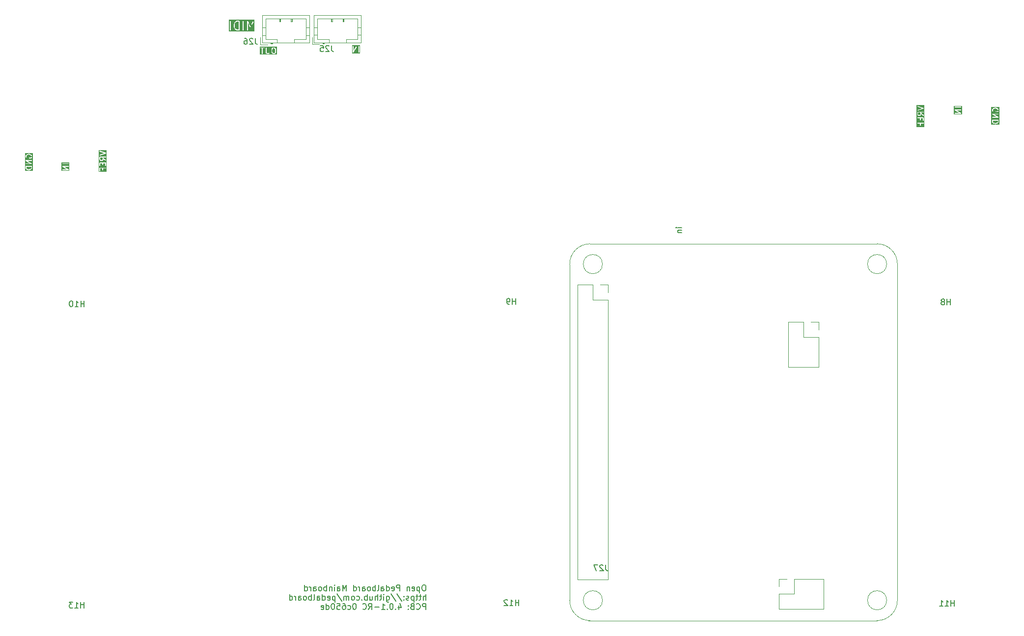
<source format=gbo>
G04 #@! TF.GenerationSoftware,KiCad,Pcbnew,8.0.6+1*
G04 #@! TF.CreationDate,2024-12-16T18:12:13+00:00*
G04 #@! TF.ProjectId,pedalboard-hw,70656461-6c62-46f6-9172-642d68772e6b,4.0.1-RC*
G04 #@! TF.SameCoordinates,Original*
G04 #@! TF.FileFunction,Legend,Bot*
G04 #@! TF.FilePolarity,Positive*
%FSLAX46Y46*%
G04 Gerber Fmt 4.6, Leading zero omitted, Abs format (unit mm)*
G04 Created by KiCad (PCBNEW 8.0.6+1) date 2024-12-16 18:12:13*
%MOMM*%
%LPD*%
G01*
G04 APERTURE LIST*
%ADD10C,0.150000*%
%ADD11C,0.120000*%
%ADD12C,0.100000*%
G04 APERTURE END LIST*
D10*
G36*
X4159204Y84114062D02*
G01*
X4121033Y83999550D01*
X4046919Y83925437D01*
X3969932Y83886943D01*
X3796398Y83843559D01*
X3672009Y83843559D01*
X3498475Y83886943D01*
X3421488Y83925436D01*
X3347375Y83999549D01*
X3309204Y84114063D01*
X3309204Y84264987D01*
X4159204Y84264987D01*
X4159204Y84114062D01*
G37*
G36*
X4420315Y83582448D02*
G01*
X3048093Y83582448D01*
X3048093Y84339987D01*
X3159204Y84339987D01*
X3159204Y84101892D01*
X3159933Y84094487D01*
X3159793Y84092512D01*
X3160383Y84089915D01*
X3160645Y84087260D01*
X3161403Y84085429D01*
X3163053Y84078175D01*
X3210672Y83935318D01*
X3216666Y83921893D01*
X3218431Y83919858D01*
X3219463Y83917367D01*
X3228790Y83906002D01*
X3324028Y83810764D01*
X3329778Y83806044D01*
X3331077Y83804547D01*
X3333331Y83803128D01*
X3335393Y83801436D01*
X3337225Y83800678D01*
X3343520Y83796715D01*
X3438758Y83749096D01*
X3439827Y83748687D01*
X3440263Y83748364D01*
X3446399Y83746172D01*
X3452489Y83743841D01*
X3453029Y83743803D01*
X3454109Y83743417D01*
X3644585Y83695798D01*
X3647121Y83695423D01*
X3648143Y83695000D01*
X3653655Y83694458D01*
X3659129Y83693648D01*
X3660221Y83693811D01*
X3662775Y83693559D01*
X3805632Y83693559D01*
X3808185Y83693811D01*
X3809278Y83693648D01*
X3814751Y83694458D01*
X3820264Y83695000D01*
X3821285Y83695423D01*
X3823822Y83695798D01*
X4014298Y83743417D01*
X4015377Y83743803D01*
X4015917Y83743841D01*
X4021998Y83746169D01*
X4028144Y83748364D01*
X4028579Y83748687D01*
X4029649Y83749096D01*
X4124887Y83796715D01*
X4131183Y83800679D01*
X4133013Y83801436D01*
X4135071Y83803126D01*
X4137330Y83804547D01*
X4138629Y83806046D01*
X4144379Y83810764D01*
X4239618Y83906002D01*
X4248946Y83917367D01*
X4249977Y83919858D01*
X4251742Y83921892D01*
X4257736Y83935318D01*
X4305355Y84078174D01*
X4307004Y84085430D01*
X4307763Y84087260D01*
X4308024Y84089914D01*
X4308615Y84092511D01*
X4308474Y84094486D01*
X4309204Y84101892D01*
X4309204Y84339987D01*
X4307763Y84354619D01*
X4296564Y84381655D01*
X4275872Y84402347D01*
X4248836Y84413546D01*
X4234204Y84414987D01*
X3234204Y84414987D01*
X3219572Y84413546D01*
X3192536Y84402347D01*
X3171844Y84381655D01*
X3160645Y84354619D01*
X3159204Y84339987D01*
X3048093Y84339987D01*
X3048093Y85382367D01*
X3159387Y85382367D01*
X3160645Y85377755D01*
X3160645Y85372974D01*
X3164462Y85363759D01*
X3167087Y85354135D01*
X3170014Y85350355D01*
X3171844Y85345938D01*
X3178894Y85338888D01*
X3185004Y85330998D01*
X3191136Y85326646D01*
X3192536Y85325246D01*
X3193910Y85324677D01*
X3196994Y85322488D01*
X3951787Y84891178D01*
X3234204Y84891178D01*
X3219572Y84889737D01*
X3192536Y84878538D01*
X3171844Y84857846D01*
X3160645Y84830810D01*
X3160645Y84801546D01*
X3171844Y84774510D01*
X3192536Y84753818D01*
X3219572Y84742619D01*
X3234204Y84741178D01*
X4234204Y84741178D01*
X4237967Y84741549D01*
X4239443Y84741361D01*
X4241353Y84741883D01*
X4248836Y84742619D01*
X4258051Y84746437D01*
X4267675Y84749061D01*
X4271455Y84751989D01*
X4275872Y84753818D01*
X4282922Y84760869D01*
X4290812Y84766978D01*
X4293185Y84771132D01*
X4296564Y84774510D01*
X4300380Y84783723D01*
X4305331Y84792387D01*
X4305933Y84797131D01*
X4307763Y84801546D01*
X4307763Y84811521D01*
X4309021Y84821417D01*
X4307763Y84826030D01*
X4307763Y84830810D01*
X4303945Y84840027D01*
X4301321Y84849648D01*
X4298394Y84853428D01*
X4296564Y84857846D01*
X4289512Y84864898D01*
X4283404Y84872786D01*
X4277269Y84877141D01*
X4275872Y84878538D01*
X4274499Y84879107D01*
X4271415Y84881296D01*
X3516621Y85312606D01*
X4234204Y85312606D01*
X4248836Y85314047D01*
X4275872Y85325246D01*
X4296564Y85345938D01*
X4307763Y85372974D01*
X4307763Y85402238D01*
X4296564Y85429274D01*
X4275872Y85449966D01*
X4248836Y85461165D01*
X4234204Y85462606D01*
X3234204Y85462606D01*
X3230440Y85462236D01*
X3228965Y85462423D01*
X3227054Y85461902D01*
X3219572Y85461165D01*
X3210356Y85457348D01*
X3200733Y85454723D01*
X3196952Y85451796D01*
X3192536Y85449966D01*
X3185485Y85442916D01*
X3177596Y85436806D01*
X3175222Y85432653D01*
X3171844Y85429274D01*
X3168027Y85420062D01*
X3163077Y85411397D01*
X3162474Y85406654D01*
X3160645Y85402238D01*
X3160645Y85392264D01*
X3159387Y85382367D01*
X3048093Y85382367D01*
X3048093Y86101892D01*
X3159204Y86101892D01*
X3159204Y85959035D01*
X3160645Y85944403D01*
X3161676Y85941914D01*
X3161867Y85939226D01*
X3167122Y85925494D01*
X3214741Y85830256D01*
X3222573Y85817813D01*
X3244681Y85798640D01*
X3272442Y85789386D01*
X3301632Y85791460D01*
X3327807Y85804548D01*
X3346980Y85826655D01*
X3356234Y85854417D01*
X3354160Y85883607D01*
X3348905Y85897338D01*
X3309204Y85976740D01*
X3309204Y86089722D01*
X3347375Y86204236D01*
X3421488Y86278348D01*
X3498475Y86316842D01*
X3672009Y86360225D01*
X3796398Y86360225D01*
X3969932Y86316842D01*
X4046919Y86278348D01*
X4121033Y86204235D01*
X4159204Y86089722D01*
X4159204Y86018824D01*
X4121033Y85904312D01*
X4107899Y85891178D01*
X3880632Y85891178D01*
X3880632Y86006654D01*
X3879191Y86021286D01*
X3867992Y86048322D01*
X3847300Y86069014D01*
X3820264Y86080213D01*
X3791000Y86080213D01*
X3763964Y86069014D01*
X3743272Y86048322D01*
X3732073Y86021286D01*
X3730632Y86006654D01*
X3730632Y85816178D01*
X3732073Y85801547D01*
X3732073Y85801546D01*
X3743272Y85774510D01*
X3763964Y85753818D01*
X3791000Y85742619D01*
X3805632Y85741178D01*
X4138965Y85741178D01*
X4153597Y85742619D01*
X4164795Y85747258D01*
X4180632Y85753817D01*
X4191997Y85763144D01*
X4239617Y85810763D01*
X4248945Y85822129D01*
X4249975Y85824618D01*
X4251742Y85826654D01*
X4257736Y85840080D01*
X4305355Y85982936D01*
X4307004Y85990192D01*
X4307763Y85992022D01*
X4308024Y85994676D01*
X4308615Y85997273D01*
X4308474Y85999248D01*
X4309204Y86006654D01*
X4309204Y86101892D01*
X4308474Y86109299D01*
X4308615Y86111273D01*
X4308024Y86113871D01*
X4307763Y86116524D01*
X4307004Y86118355D01*
X4305355Y86125610D01*
X4257736Y86268466D01*
X4251742Y86281892D01*
X4249977Y86283927D01*
X4248946Y86286417D01*
X4239618Y86297782D01*
X4144379Y86393020D01*
X4138629Y86397739D01*
X4137330Y86399237D01*
X4135071Y86400659D01*
X4133013Y86402348D01*
X4131183Y86403106D01*
X4124887Y86407069D01*
X4029649Y86454688D01*
X4028579Y86455098D01*
X4028144Y86455420D01*
X4021998Y86457616D01*
X4015917Y86459943D01*
X4015377Y86459982D01*
X4014298Y86460367D01*
X3823822Y86507986D01*
X3821285Y86508362D01*
X3820264Y86508784D01*
X3814751Y86509327D01*
X3809278Y86510136D01*
X3808185Y86509974D01*
X3805632Y86510225D01*
X3662775Y86510225D01*
X3660221Y86509974D01*
X3659129Y86510136D01*
X3653655Y86509327D01*
X3648143Y86508784D01*
X3647121Y86508362D01*
X3644585Y86507986D01*
X3454109Y86460367D01*
X3453029Y86459982D01*
X3452489Y86459943D01*
X3446399Y86457613D01*
X3440263Y86455420D01*
X3439827Y86455098D01*
X3438758Y86454688D01*
X3343520Y86407069D01*
X3337225Y86403107D01*
X3335393Y86402348D01*
X3333331Y86400657D01*
X3331077Y86399237D01*
X3329778Y86397741D01*
X3324028Y86393020D01*
X3228790Y86297782D01*
X3219463Y86286417D01*
X3218431Y86283927D01*
X3216666Y86281891D01*
X3210672Y86268466D01*
X3163053Y86125609D01*
X3161403Y86118356D01*
X3160645Y86116524D01*
X3160383Y86113870D01*
X3159793Y86111272D01*
X3159933Y86109298D01*
X3159204Y86101892D01*
X3048093Y86101892D01*
X3048093Y86621336D01*
X4420315Y86621336D01*
X4420315Y83582448D01*
G37*
G36*
X60863716Y103858638D02*
G01*
X59443876Y103858638D01*
X59443876Y105044566D01*
X59554987Y105044566D01*
X59554987Y104044566D01*
X59555357Y104040803D01*
X59555170Y104039327D01*
X59555691Y104037417D01*
X59556428Y104029934D01*
X59560245Y104020719D01*
X59562870Y104011095D01*
X59565797Y104007315D01*
X59567627Y104002898D01*
X59574677Y103995848D01*
X59580787Y103987958D01*
X59584940Y103985585D01*
X59588319Y103982206D01*
X59597531Y103978390D01*
X59606196Y103973439D01*
X59610939Y103972837D01*
X59615355Y103971007D01*
X59625329Y103971007D01*
X59635226Y103969749D01*
X59639838Y103971007D01*
X59644619Y103971007D01*
X59653834Y103974825D01*
X59663458Y103977449D01*
X59667238Y103980377D01*
X59671655Y103982206D01*
X59678705Y103989257D01*
X59686595Y103995366D01*
X59690947Y104001499D01*
X59692347Y104002898D01*
X59692916Y104004273D01*
X59695105Y104007356D01*
X60126415Y104762150D01*
X60126415Y104044566D01*
X60127856Y104029934D01*
X60139055Y104002898D01*
X60159747Y103982206D01*
X60186783Y103971007D01*
X60216047Y103971007D01*
X60243083Y103982206D01*
X60263775Y104002898D01*
X60274974Y104029934D01*
X60276415Y104044566D01*
X60276415Y105044566D01*
X60602605Y105044566D01*
X60602605Y104044566D01*
X60604046Y104029934D01*
X60615245Y104002898D01*
X60635937Y103982206D01*
X60662973Y103971007D01*
X60692237Y103971007D01*
X60719273Y103982206D01*
X60739965Y104002898D01*
X60751164Y104029934D01*
X60752605Y104044566D01*
X60752605Y105044566D01*
X60751164Y105059198D01*
X60739965Y105086234D01*
X60719273Y105106926D01*
X60692237Y105118125D01*
X60662973Y105118125D01*
X60635937Y105106926D01*
X60615245Y105086234D01*
X60604046Y105059198D01*
X60602605Y105044566D01*
X60276415Y105044566D01*
X60276044Y105048330D01*
X60276232Y105049805D01*
X60275710Y105051716D01*
X60274974Y105059198D01*
X60271156Y105068414D01*
X60268532Y105078037D01*
X60265604Y105081818D01*
X60263775Y105086234D01*
X60256724Y105093285D01*
X60250615Y105101174D01*
X60246461Y105103548D01*
X60243083Y105106926D01*
X60233870Y105110743D01*
X60225206Y105115693D01*
X60220462Y105116296D01*
X60216047Y105118125D01*
X60206073Y105118125D01*
X60196176Y105119383D01*
X60191564Y105118125D01*
X60186783Y105118125D01*
X60177566Y105114308D01*
X60167945Y105111683D01*
X60164165Y105108757D01*
X60159747Y105106926D01*
X60152695Y105099875D01*
X60144807Y105093766D01*
X60140452Y105087632D01*
X60139055Y105086234D01*
X60138486Y105084862D01*
X60136297Y105081777D01*
X59704987Y104326983D01*
X59704987Y105044566D01*
X59703546Y105059198D01*
X59692347Y105086234D01*
X59671655Y105106926D01*
X59644619Y105118125D01*
X59615355Y105118125D01*
X59588319Y105106926D01*
X59567627Y105086234D01*
X59556428Y105059198D01*
X59554987Y105044566D01*
X59443876Y105044566D01*
X59443876Y105230494D01*
X60863716Y105230494D01*
X60863716Y103858638D01*
G37*
G36*
X170779204Y92094062D02*
G01*
X170741033Y91979550D01*
X170666919Y91905437D01*
X170589932Y91866943D01*
X170416398Y91823559D01*
X170292009Y91823559D01*
X170118475Y91866943D01*
X170041488Y91905436D01*
X169967375Y91979549D01*
X169929204Y92094063D01*
X169929204Y92244987D01*
X170779204Y92244987D01*
X170779204Y92094062D01*
G37*
G36*
X171040315Y91562448D02*
G01*
X169668093Y91562448D01*
X169668093Y92319987D01*
X169779204Y92319987D01*
X169779204Y92081892D01*
X169779933Y92074487D01*
X169779793Y92072512D01*
X169780383Y92069915D01*
X169780645Y92067260D01*
X169781403Y92065429D01*
X169783053Y92058175D01*
X169830672Y91915318D01*
X169836666Y91901893D01*
X169838431Y91899858D01*
X169839463Y91897367D01*
X169848790Y91886002D01*
X169944028Y91790764D01*
X169949778Y91786044D01*
X169951077Y91784547D01*
X169953331Y91783128D01*
X169955393Y91781436D01*
X169957225Y91780678D01*
X169963520Y91776715D01*
X170058758Y91729096D01*
X170059827Y91728687D01*
X170060263Y91728364D01*
X170066399Y91726172D01*
X170072489Y91723841D01*
X170073029Y91723803D01*
X170074109Y91723417D01*
X170264585Y91675798D01*
X170267121Y91675423D01*
X170268143Y91675000D01*
X170273655Y91674458D01*
X170279129Y91673648D01*
X170280221Y91673811D01*
X170282775Y91673559D01*
X170425632Y91673559D01*
X170428185Y91673811D01*
X170429278Y91673648D01*
X170434751Y91674458D01*
X170440264Y91675000D01*
X170441285Y91675423D01*
X170443822Y91675798D01*
X170634298Y91723417D01*
X170635377Y91723803D01*
X170635917Y91723841D01*
X170641998Y91726169D01*
X170648144Y91728364D01*
X170648579Y91728687D01*
X170649649Y91729096D01*
X170744887Y91776715D01*
X170751183Y91780679D01*
X170753013Y91781436D01*
X170755071Y91783126D01*
X170757330Y91784547D01*
X170758629Y91786046D01*
X170764379Y91790764D01*
X170859618Y91886002D01*
X170868946Y91897367D01*
X170869977Y91899858D01*
X170871742Y91901892D01*
X170877736Y91915318D01*
X170925355Y92058174D01*
X170927004Y92065430D01*
X170927763Y92067260D01*
X170928024Y92069914D01*
X170928615Y92072511D01*
X170928474Y92074486D01*
X170929204Y92081892D01*
X170929204Y92319987D01*
X170927763Y92334619D01*
X170916564Y92361655D01*
X170895872Y92382347D01*
X170868836Y92393546D01*
X170854204Y92394987D01*
X169854204Y92394987D01*
X169839572Y92393546D01*
X169812536Y92382347D01*
X169791844Y92361655D01*
X169780645Y92334619D01*
X169779204Y92319987D01*
X169668093Y92319987D01*
X169668093Y93362367D01*
X169779387Y93362367D01*
X169780645Y93357755D01*
X169780645Y93352974D01*
X169784462Y93343759D01*
X169787087Y93334135D01*
X169790014Y93330355D01*
X169791844Y93325938D01*
X169798894Y93318888D01*
X169805004Y93310998D01*
X169811136Y93306646D01*
X169812536Y93305246D01*
X169813910Y93304677D01*
X169816994Y93302488D01*
X170571787Y92871178D01*
X169854204Y92871178D01*
X169839572Y92869737D01*
X169812536Y92858538D01*
X169791844Y92837846D01*
X169780645Y92810810D01*
X169780645Y92781546D01*
X169791844Y92754510D01*
X169812536Y92733818D01*
X169839572Y92722619D01*
X169854204Y92721178D01*
X170854204Y92721178D01*
X170857967Y92721549D01*
X170859443Y92721361D01*
X170861353Y92721883D01*
X170868836Y92722619D01*
X170878051Y92726437D01*
X170887675Y92729061D01*
X170891455Y92731989D01*
X170895872Y92733818D01*
X170902922Y92740869D01*
X170910812Y92746978D01*
X170913185Y92751132D01*
X170916564Y92754510D01*
X170920380Y92763723D01*
X170925331Y92772387D01*
X170925933Y92777131D01*
X170927763Y92781546D01*
X170927763Y92791521D01*
X170929021Y92801417D01*
X170927763Y92806030D01*
X170927763Y92810810D01*
X170923945Y92820027D01*
X170921321Y92829648D01*
X170918394Y92833428D01*
X170916564Y92837846D01*
X170909512Y92844898D01*
X170903404Y92852786D01*
X170897269Y92857141D01*
X170895872Y92858538D01*
X170894499Y92859107D01*
X170891415Y92861296D01*
X170136621Y93292606D01*
X170854204Y93292606D01*
X170868836Y93294047D01*
X170895872Y93305246D01*
X170916564Y93325938D01*
X170927763Y93352974D01*
X170927763Y93382238D01*
X170916564Y93409274D01*
X170895872Y93429966D01*
X170868836Y93441165D01*
X170854204Y93442606D01*
X169854204Y93442606D01*
X169850440Y93442236D01*
X169848965Y93442423D01*
X169847054Y93441902D01*
X169839572Y93441165D01*
X169830356Y93437348D01*
X169820733Y93434723D01*
X169816952Y93431796D01*
X169812536Y93429966D01*
X169805485Y93422916D01*
X169797596Y93416806D01*
X169795222Y93412653D01*
X169791844Y93409274D01*
X169788027Y93400062D01*
X169783077Y93391397D01*
X169782474Y93386654D01*
X169780645Y93382238D01*
X169780645Y93372264D01*
X169779387Y93362367D01*
X169668093Y93362367D01*
X169668093Y94081892D01*
X169779204Y94081892D01*
X169779204Y93939035D01*
X169780645Y93924403D01*
X169781676Y93921914D01*
X169781867Y93919226D01*
X169787122Y93905494D01*
X169834741Y93810256D01*
X169842573Y93797813D01*
X169864681Y93778640D01*
X169892442Y93769386D01*
X169921632Y93771460D01*
X169947807Y93784548D01*
X169966980Y93806655D01*
X169976234Y93834417D01*
X169974160Y93863607D01*
X169968905Y93877338D01*
X169929204Y93956740D01*
X169929204Y94069722D01*
X169967375Y94184236D01*
X170041488Y94258348D01*
X170118475Y94296842D01*
X170292009Y94340225D01*
X170416398Y94340225D01*
X170589932Y94296842D01*
X170666919Y94258348D01*
X170741033Y94184235D01*
X170779204Y94069722D01*
X170779204Y93998824D01*
X170741033Y93884312D01*
X170727899Y93871178D01*
X170500632Y93871178D01*
X170500632Y93986654D01*
X170499191Y94001286D01*
X170487992Y94028322D01*
X170467300Y94049014D01*
X170440264Y94060213D01*
X170411000Y94060213D01*
X170383964Y94049014D01*
X170363272Y94028322D01*
X170352073Y94001286D01*
X170350632Y93986654D01*
X170350632Y93796178D01*
X170352073Y93781547D01*
X170352073Y93781546D01*
X170363272Y93754510D01*
X170383964Y93733818D01*
X170411000Y93722619D01*
X170425632Y93721178D01*
X170758965Y93721178D01*
X170773597Y93722619D01*
X170784795Y93727258D01*
X170800632Y93733817D01*
X170811997Y93743144D01*
X170859617Y93790763D01*
X170868945Y93802129D01*
X170869975Y93804618D01*
X170871742Y93806654D01*
X170877736Y93820080D01*
X170925355Y93962936D01*
X170927004Y93970192D01*
X170927763Y93972022D01*
X170928024Y93974676D01*
X170928615Y93977273D01*
X170928474Y93979248D01*
X170929204Y93986654D01*
X170929204Y94081892D01*
X170928474Y94089299D01*
X170928615Y94091273D01*
X170928024Y94093871D01*
X170927763Y94096524D01*
X170927004Y94098355D01*
X170925355Y94105610D01*
X170877736Y94248466D01*
X170871742Y94261892D01*
X170869977Y94263927D01*
X170868946Y94266417D01*
X170859618Y94277782D01*
X170764379Y94373020D01*
X170758629Y94377739D01*
X170757330Y94379237D01*
X170755071Y94380659D01*
X170753013Y94382348D01*
X170751183Y94383106D01*
X170744887Y94387069D01*
X170649649Y94434688D01*
X170648579Y94435098D01*
X170648144Y94435420D01*
X170641998Y94437616D01*
X170635917Y94439943D01*
X170635377Y94439982D01*
X170634298Y94440367D01*
X170443822Y94487986D01*
X170441285Y94488362D01*
X170440264Y94488784D01*
X170434751Y94489327D01*
X170429278Y94490136D01*
X170428185Y94489974D01*
X170425632Y94490225D01*
X170282775Y94490225D01*
X170280221Y94489974D01*
X170279129Y94490136D01*
X170273655Y94489327D01*
X170268143Y94488784D01*
X170267121Y94488362D01*
X170264585Y94487986D01*
X170074109Y94440367D01*
X170073029Y94439982D01*
X170072489Y94439943D01*
X170066399Y94437613D01*
X170060263Y94435420D01*
X170059827Y94435098D01*
X170058758Y94434688D01*
X169963520Y94387069D01*
X169957225Y94383107D01*
X169955393Y94382348D01*
X169953331Y94380657D01*
X169951077Y94379237D01*
X169949778Y94377741D01*
X169944028Y94373020D01*
X169848790Y94277782D01*
X169839463Y94266417D01*
X169838431Y94263927D01*
X169836666Y94261891D01*
X169830672Y94248466D01*
X169783053Y94105609D01*
X169781403Y94098356D01*
X169780645Y94096524D01*
X169780383Y94093870D01*
X169779793Y94091272D01*
X169779933Y94089298D01*
X169779204Y94081892D01*
X169668093Y94081892D01*
X169668093Y94601336D01*
X171040315Y94601336D01*
X171040315Y91562448D01*
G37*
X71967129Y12144454D02*
X71776653Y12144454D01*
X71776653Y12144454D02*
X71681415Y12096835D01*
X71681415Y12096835D02*
X71586177Y12001597D01*
X71586177Y12001597D02*
X71538558Y11811121D01*
X71538558Y11811121D02*
X71538558Y11477788D01*
X71538558Y11477788D02*
X71586177Y11287312D01*
X71586177Y11287312D02*
X71681415Y11192073D01*
X71681415Y11192073D02*
X71776653Y11144454D01*
X71776653Y11144454D02*
X71967129Y11144454D01*
X71967129Y11144454D02*
X72062367Y11192073D01*
X72062367Y11192073D02*
X72157605Y11287312D01*
X72157605Y11287312D02*
X72205224Y11477788D01*
X72205224Y11477788D02*
X72205224Y11811121D01*
X72205224Y11811121D02*
X72157605Y12001597D01*
X72157605Y12001597D02*
X72062367Y12096835D01*
X72062367Y12096835D02*
X71967129Y12144454D01*
X71109986Y11811121D02*
X71109986Y10811121D01*
X71109986Y11763502D02*
X71014748Y11811121D01*
X71014748Y11811121D02*
X70824272Y11811121D01*
X70824272Y11811121D02*
X70729034Y11763502D01*
X70729034Y11763502D02*
X70681415Y11715883D01*
X70681415Y11715883D02*
X70633796Y11620645D01*
X70633796Y11620645D02*
X70633796Y11334931D01*
X70633796Y11334931D02*
X70681415Y11239693D01*
X70681415Y11239693D02*
X70729034Y11192073D01*
X70729034Y11192073D02*
X70824272Y11144454D01*
X70824272Y11144454D02*
X71014748Y11144454D01*
X71014748Y11144454D02*
X71109986Y11192073D01*
X69824272Y11192073D02*
X69919510Y11144454D01*
X69919510Y11144454D02*
X70109986Y11144454D01*
X70109986Y11144454D02*
X70205224Y11192073D01*
X70205224Y11192073D02*
X70252843Y11287312D01*
X70252843Y11287312D02*
X70252843Y11668264D01*
X70252843Y11668264D02*
X70205224Y11763502D01*
X70205224Y11763502D02*
X70109986Y11811121D01*
X70109986Y11811121D02*
X69919510Y11811121D01*
X69919510Y11811121D02*
X69824272Y11763502D01*
X69824272Y11763502D02*
X69776653Y11668264D01*
X69776653Y11668264D02*
X69776653Y11573026D01*
X69776653Y11573026D02*
X70252843Y11477788D01*
X69348081Y11811121D02*
X69348081Y11144454D01*
X69348081Y11715883D02*
X69300462Y11763502D01*
X69300462Y11763502D02*
X69205224Y11811121D01*
X69205224Y11811121D02*
X69062367Y11811121D01*
X69062367Y11811121D02*
X68967129Y11763502D01*
X68967129Y11763502D02*
X68919510Y11668264D01*
X68919510Y11668264D02*
X68919510Y11144454D01*
X67681414Y11144454D02*
X67681414Y12144454D01*
X67681414Y12144454D02*
X67300462Y12144454D01*
X67300462Y12144454D02*
X67205224Y12096835D01*
X67205224Y12096835D02*
X67157605Y12049216D01*
X67157605Y12049216D02*
X67109986Y11953978D01*
X67109986Y11953978D02*
X67109986Y11811121D01*
X67109986Y11811121D02*
X67157605Y11715883D01*
X67157605Y11715883D02*
X67205224Y11668264D01*
X67205224Y11668264D02*
X67300462Y11620645D01*
X67300462Y11620645D02*
X67681414Y11620645D01*
X66300462Y11192073D02*
X66395700Y11144454D01*
X66395700Y11144454D02*
X66586176Y11144454D01*
X66586176Y11144454D02*
X66681414Y11192073D01*
X66681414Y11192073D02*
X66729033Y11287312D01*
X66729033Y11287312D02*
X66729033Y11668264D01*
X66729033Y11668264D02*
X66681414Y11763502D01*
X66681414Y11763502D02*
X66586176Y11811121D01*
X66586176Y11811121D02*
X66395700Y11811121D01*
X66395700Y11811121D02*
X66300462Y11763502D01*
X66300462Y11763502D02*
X66252843Y11668264D01*
X66252843Y11668264D02*
X66252843Y11573026D01*
X66252843Y11573026D02*
X66729033Y11477788D01*
X65395700Y11144454D02*
X65395700Y12144454D01*
X65395700Y11192073D02*
X65490938Y11144454D01*
X65490938Y11144454D02*
X65681414Y11144454D01*
X65681414Y11144454D02*
X65776652Y11192073D01*
X65776652Y11192073D02*
X65824271Y11239693D01*
X65824271Y11239693D02*
X65871890Y11334931D01*
X65871890Y11334931D02*
X65871890Y11620645D01*
X65871890Y11620645D02*
X65824271Y11715883D01*
X65824271Y11715883D02*
X65776652Y11763502D01*
X65776652Y11763502D02*
X65681414Y11811121D01*
X65681414Y11811121D02*
X65490938Y11811121D01*
X65490938Y11811121D02*
X65395700Y11763502D01*
X64490938Y11144454D02*
X64490938Y11668264D01*
X64490938Y11668264D02*
X64538557Y11763502D01*
X64538557Y11763502D02*
X64633795Y11811121D01*
X64633795Y11811121D02*
X64824271Y11811121D01*
X64824271Y11811121D02*
X64919509Y11763502D01*
X64490938Y11192073D02*
X64586176Y11144454D01*
X64586176Y11144454D02*
X64824271Y11144454D01*
X64824271Y11144454D02*
X64919509Y11192073D01*
X64919509Y11192073D02*
X64967128Y11287312D01*
X64967128Y11287312D02*
X64967128Y11382550D01*
X64967128Y11382550D02*
X64919509Y11477788D01*
X64919509Y11477788D02*
X64824271Y11525407D01*
X64824271Y11525407D02*
X64586176Y11525407D01*
X64586176Y11525407D02*
X64490938Y11573026D01*
X63871890Y11144454D02*
X63967128Y11192073D01*
X63967128Y11192073D02*
X64014747Y11287312D01*
X64014747Y11287312D02*
X64014747Y12144454D01*
X63490937Y11144454D02*
X63490937Y12144454D01*
X63490937Y11763502D02*
X63395699Y11811121D01*
X63395699Y11811121D02*
X63205223Y11811121D01*
X63205223Y11811121D02*
X63109985Y11763502D01*
X63109985Y11763502D02*
X63062366Y11715883D01*
X63062366Y11715883D02*
X63014747Y11620645D01*
X63014747Y11620645D02*
X63014747Y11334931D01*
X63014747Y11334931D02*
X63062366Y11239693D01*
X63062366Y11239693D02*
X63109985Y11192073D01*
X63109985Y11192073D02*
X63205223Y11144454D01*
X63205223Y11144454D02*
X63395699Y11144454D01*
X63395699Y11144454D02*
X63490937Y11192073D01*
X62443318Y11144454D02*
X62538556Y11192073D01*
X62538556Y11192073D02*
X62586175Y11239693D01*
X62586175Y11239693D02*
X62633794Y11334931D01*
X62633794Y11334931D02*
X62633794Y11620645D01*
X62633794Y11620645D02*
X62586175Y11715883D01*
X62586175Y11715883D02*
X62538556Y11763502D01*
X62538556Y11763502D02*
X62443318Y11811121D01*
X62443318Y11811121D02*
X62300461Y11811121D01*
X62300461Y11811121D02*
X62205223Y11763502D01*
X62205223Y11763502D02*
X62157604Y11715883D01*
X62157604Y11715883D02*
X62109985Y11620645D01*
X62109985Y11620645D02*
X62109985Y11334931D01*
X62109985Y11334931D02*
X62157604Y11239693D01*
X62157604Y11239693D02*
X62205223Y11192073D01*
X62205223Y11192073D02*
X62300461Y11144454D01*
X62300461Y11144454D02*
X62443318Y11144454D01*
X61252842Y11144454D02*
X61252842Y11668264D01*
X61252842Y11668264D02*
X61300461Y11763502D01*
X61300461Y11763502D02*
X61395699Y11811121D01*
X61395699Y11811121D02*
X61586175Y11811121D01*
X61586175Y11811121D02*
X61681413Y11763502D01*
X61252842Y11192073D02*
X61348080Y11144454D01*
X61348080Y11144454D02*
X61586175Y11144454D01*
X61586175Y11144454D02*
X61681413Y11192073D01*
X61681413Y11192073D02*
X61729032Y11287312D01*
X61729032Y11287312D02*
X61729032Y11382550D01*
X61729032Y11382550D02*
X61681413Y11477788D01*
X61681413Y11477788D02*
X61586175Y11525407D01*
X61586175Y11525407D02*
X61348080Y11525407D01*
X61348080Y11525407D02*
X61252842Y11573026D01*
X60776651Y11144454D02*
X60776651Y11811121D01*
X60776651Y11620645D02*
X60729032Y11715883D01*
X60729032Y11715883D02*
X60681413Y11763502D01*
X60681413Y11763502D02*
X60586175Y11811121D01*
X60586175Y11811121D02*
X60490937Y11811121D01*
X59729032Y11144454D02*
X59729032Y12144454D01*
X59729032Y11192073D02*
X59824270Y11144454D01*
X59824270Y11144454D02*
X60014746Y11144454D01*
X60014746Y11144454D02*
X60109984Y11192073D01*
X60109984Y11192073D02*
X60157603Y11239693D01*
X60157603Y11239693D02*
X60205222Y11334931D01*
X60205222Y11334931D02*
X60205222Y11620645D01*
X60205222Y11620645D02*
X60157603Y11715883D01*
X60157603Y11715883D02*
X60109984Y11763502D01*
X60109984Y11763502D02*
X60014746Y11811121D01*
X60014746Y11811121D02*
X59824270Y11811121D01*
X59824270Y11811121D02*
X59729032Y11763502D01*
X58490936Y11144454D02*
X58490936Y12144454D01*
X58490936Y12144454D02*
X58157603Y11430169D01*
X58157603Y11430169D02*
X57824270Y12144454D01*
X57824270Y12144454D02*
X57824270Y11144454D01*
X56919508Y11144454D02*
X56919508Y11668264D01*
X56919508Y11668264D02*
X56967127Y11763502D01*
X56967127Y11763502D02*
X57062365Y11811121D01*
X57062365Y11811121D02*
X57252841Y11811121D01*
X57252841Y11811121D02*
X57348079Y11763502D01*
X56919508Y11192073D02*
X57014746Y11144454D01*
X57014746Y11144454D02*
X57252841Y11144454D01*
X57252841Y11144454D02*
X57348079Y11192073D01*
X57348079Y11192073D02*
X57395698Y11287312D01*
X57395698Y11287312D02*
X57395698Y11382550D01*
X57395698Y11382550D02*
X57348079Y11477788D01*
X57348079Y11477788D02*
X57252841Y11525407D01*
X57252841Y11525407D02*
X57014746Y11525407D01*
X57014746Y11525407D02*
X56919508Y11573026D01*
X56443317Y11144454D02*
X56443317Y11811121D01*
X56443317Y12144454D02*
X56490936Y12096835D01*
X56490936Y12096835D02*
X56443317Y12049216D01*
X56443317Y12049216D02*
X56395698Y12096835D01*
X56395698Y12096835D02*
X56443317Y12144454D01*
X56443317Y12144454D02*
X56443317Y12049216D01*
X55967127Y11811121D02*
X55967127Y11144454D01*
X55967127Y11715883D02*
X55919508Y11763502D01*
X55919508Y11763502D02*
X55824270Y11811121D01*
X55824270Y11811121D02*
X55681413Y11811121D01*
X55681413Y11811121D02*
X55586175Y11763502D01*
X55586175Y11763502D02*
X55538556Y11668264D01*
X55538556Y11668264D02*
X55538556Y11144454D01*
X55062365Y11144454D02*
X55062365Y12144454D01*
X55062365Y11763502D02*
X54967127Y11811121D01*
X54967127Y11811121D02*
X54776651Y11811121D01*
X54776651Y11811121D02*
X54681413Y11763502D01*
X54681413Y11763502D02*
X54633794Y11715883D01*
X54633794Y11715883D02*
X54586175Y11620645D01*
X54586175Y11620645D02*
X54586175Y11334931D01*
X54586175Y11334931D02*
X54633794Y11239693D01*
X54633794Y11239693D02*
X54681413Y11192073D01*
X54681413Y11192073D02*
X54776651Y11144454D01*
X54776651Y11144454D02*
X54967127Y11144454D01*
X54967127Y11144454D02*
X55062365Y11192073D01*
X54014746Y11144454D02*
X54109984Y11192073D01*
X54109984Y11192073D02*
X54157603Y11239693D01*
X54157603Y11239693D02*
X54205222Y11334931D01*
X54205222Y11334931D02*
X54205222Y11620645D01*
X54205222Y11620645D02*
X54157603Y11715883D01*
X54157603Y11715883D02*
X54109984Y11763502D01*
X54109984Y11763502D02*
X54014746Y11811121D01*
X54014746Y11811121D02*
X53871889Y11811121D01*
X53871889Y11811121D02*
X53776651Y11763502D01*
X53776651Y11763502D02*
X53729032Y11715883D01*
X53729032Y11715883D02*
X53681413Y11620645D01*
X53681413Y11620645D02*
X53681413Y11334931D01*
X53681413Y11334931D02*
X53729032Y11239693D01*
X53729032Y11239693D02*
X53776651Y11192073D01*
X53776651Y11192073D02*
X53871889Y11144454D01*
X53871889Y11144454D02*
X54014746Y11144454D01*
X52824270Y11144454D02*
X52824270Y11668264D01*
X52824270Y11668264D02*
X52871889Y11763502D01*
X52871889Y11763502D02*
X52967127Y11811121D01*
X52967127Y11811121D02*
X53157603Y11811121D01*
X53157603Y11811121D02*
X53252841Y11763502D01*
X52824270Y11192073D02*
X52919508Y11144454D01*
X52919508Y11144454D02*
X53157603Y11144454D01*
X53157603Y11144454D02*
X53252841Y11192073D01*
X53252841Y11192073D02*
X53300460Y11287312D01*
X53300460Y11287312D02*
X53300460Y11382550D01*
X53300460Y11382550D02*
X53252841Y11477788D01*
X53252841Y11477788D02*
X53157603Y11525407D01*
X53157603Y11525407D02*
X52919508Y11525407D01*
X52919508Y11525407D02*
X52824270Y11573026D01*
X52348079Y11144454D02*
X52348079Y11811121D01*
X52348079Y11620645D02*
X52300460Y11715883D01*
X52300460Y11715883D02*
X52252841Y11763502D01*
X52252841Y11763502D02*
X52157603Y11811121D01*
X52157603Y11811121D02*
X52062365Y11811121D01*
X51300460Y11144454D02*
X51300460Y12144454D01*
X51300460Y11192073D02*
X51395698Y11144454D01*
X51395698Y11144454D02*
X51586174Y11144454D01*
X51586174Y11144454D02*
X51681412Y11192073D01*
X51681412Y11192073D02*
X51729031Y11239693D01*
X51729031Y11239693D02*
X51776650Y11334931D01*
X51776650Y11334931D02*
X51776650Y11620645D01*
X51776650Y11620645D02*
X51729031Y11715883D01*
X51729031Y11715883D02*
X51681412Y11763502D01*
X51681412Y11763502D02*
X51586174Y11811121D01*
X51586174Y11811121D02*
X51395698Y11811121D01*
X51395698Y11811121D02*
X51300460Y11763502D01*
X72157605Y9534510D02*
X72157605Y10534510D01*
X71729034Y9534510D02*
X71729034Y10058320D01*
X71729034Y10058320D02*
X71776653Y10153558D01*
X71776653Y10153558D02*
X71871891Y10201177D01*
X71871891Y10201177D02*
X72014748Y10201177D01*
X72014748Y10201177D02*
X72109986Y10153558D01*
X72109986Y10153558D02*
X72157605Y10105939D01*
X71395700Y10201177D02*
X71014748Y10201177D01*
X71252843Y10534510D02*
X71252843Y9677368D01*
X71252843Y9677368D02*
X71205224Y9582129D01*
X71205224Y9582129D02*
X71109986Y9534510D01*
X71109986Y9534510D02*
X71014748Y9534510D01*
X70824271Y10201177D02*
X70443319Y10201177D01*
X70681414Y10534510D02*
X70681414Y9677368D01*
X70681414Y9677368D02*
X70633795Y9582129D01*
X70633795Y9582129D02*
X70538557Y9534510D01*
X70538557Y9534510D02*
X70443319Y9534510D01*
X70109985Y10201177D02*
X70109985Y9201177D01*
X70109985Y10153558D02*
X70014747Y10201177D01*
X70014747Y10201177D02*
X69824271Y10201177D01*
X69824271Y10201177D02*
X69729033Y10153558D01*
X69729033Y10153558D02*
X69681414Y10105939D01*
X69681414Y10105939D02*
X69633795Y10010701D01*
X69633795Y10010701D02*
X69633795Y9724987D01*
X69633795Y9724987D02*
X69681414Y9629749D01*
X69681414Y9629749D02*
X69729033Y9582129D01*
X69729033Y9582129D02*
X69824271Y9534510D01*
X69824271Y9534510D02*
X70014747Y9534510D01*
X70014747Y9534510D02*
X70109985Y9582129D01*
X69252842Y9582129D02*
X69157604Y9534510D01*
X69157604Y9534510D02*
X68967128Y9534510D01*
X68967128Y9534510D02*
X68871890Y9582129D01*
X68871890Y9582129D02*
X68824271Y9677368D01*
X68824271Y9677368D02*
X68824271Y9724987D01*
X68824271Y9724987D02*
X68871890Y9820225D01*
X68871890Y9820225D02*
X68967128Y9867844D01*
X68967128Y9867844D02*
X69109985Y9867844D01*
X69109985Y9867844D02*
X69205223Y9915463D01*
X69205223Y9915463D02*
X69252842Y10010701D01*
X69252842Y10010701D02*
X69252842Y10058320D01*
X69252842Y10058320D02*
X69205223Y10153558D01*
X69205223Y10153558D02*
X69109985Y10201177D01*
X69109985Y10201177D02*
X68967128Y10201177D01*
X68967128Y10201177D02*
X68871890Y10153558D01*
X68395699Y9629749D02*
X68348080Y9582129D01*
X68348080Y9582129D02*
X68395699Y9534510D01*
X68395699Y9534510D02*
X68443318Y9582129D01*
X68443318Y9582129D02*
X68395699Y9629749D01*
X68395699Y9629749D02*
X68395699Y9534510D01*
X68395699Y10153558D02*
X68348080Y10105939D01*
X68348080Y10105939D02*
X68395699Y10058320D01*
X68395699Y10058320D02*
X68443318Y10105939D01*
X68443318Y10105939D02*
X68395699Y10153558D01*
X68395699Y10153558D02*
X68395699Y10058320D01*
X67205224Y10582129D02*
X68062366Y9296415D01*
X66157605Y10582129D02*
X67014747Y9296415D01*
X65395700Y10201177D02*
X65395700Y9391653D01*
X65395700Y9391653D02*
X65443319Y9296415D01*
X65443319Y9296415D02*
X65490938Y9248796D01*
X65490938Y9248796D02*
X65586176Y9201177D01*
X65586176Y9201177D02*
X65729033Y9201177D01*
X65729033Y9201177D02*
X65824271Y9248796D01*
X65395700Y9582129D02*
X65490938Y9534510D01*
X65490938Y9534510D02*
X65681414Y9534510D01*
X65681414Y9534510D02*
X65776652Y9582129D01*
X65776652Y9582129D02*
X65824271Y9629749D01*
X65824271Y9629749D02*
X65871890Y9724987D01*
X65871890Y9724987D02*
X65871890Y10010701D01*
X65871890Y10010701D02*
X65824271Y10105939D01*
X65824271Y10105939D02*
X65776652Y10153558D01*
X65776652Y10153558D02*
X65681414Y10201177D01*
X65681414Y10201177D02*
X65490938Y10201177D01*
X65490938Y10201177D02*
X65395700Y10153558D01*
X64919509Y9534510D02*
X64919509Y10201177D01*
X64919509Y10534510D02*
X64967128Y10486891D01*
X64967128Y10486891D02*
X64919509Y10439272D01*
X64919509Y10439272D02*
X64871890Y10486891D01*
X64871890Y10486891D02*
X64919509Y10534510D01*
X64919509Y10534510D02*
X64919509Y10439272D01*
X64586176Y10201177D02*
X64205224Y10201177D01*
X64443319Y10534510D02*
X64443319Y9677368D01*
X64443319Y9677368D02*
X64395700Y9582129D01*
X64395700Y9582129D02*
X64300462Y9534510D01*
X64300462Y9534510D02*
X64205224Y9534510D01*
X63871890Y9534510D02*
X63871890Y10534510D01*
X63443319Y9534510D02*
X63443319Y10058320D01*
X63443319Y10058320D02*
X63490938Y10153558D01*
X63490938Y10153558D02*
X63586176Y10201177D01*
X63586176Y10201177D02*
X63729033Y10201177D01*
X63729033Y10201177D02*
X63824271Y10153558D01*
X63824271Y10153558D02*
X63871890Y10105939D01*
X62538557Y10201177D02*
X62538557Y9534510D01*
X62967128Y10201177D02*
X62967128Y9677368D01*
X62967128Y9677368D02*
X62919509Y9582129D01*
X62919509Y9582129D02*
X62824271Y9534510D01*
X62824271Y9534510D02*
X62681414Y9534510D01*
X62681414Y9534510D02*
X62586176Y9582129D01*
X62586176Y9582129D02*
X62538557Y9629749D01*
X62062366Y9534510D02*
X62062366Y10534510D01*
X62062366Y10153558D02*
X61967128Y10201177D01*
X61967128Y10201177D02*
X61776652Y10201177D01*
X61776652Y10201177D02*
X61681414Y10153558D01*
X61681414Y10153558D02*
X61633795Y10105939D01*
X61633795Y10105939D02*
X61586176Y10010701D01*
X61586176Y10010701D02*
X61586176Y9724987D01*
X61586176Y9724987D02*
X61633795Y9629749D01*
X61633795Y9629749D02*
X61681414Y9582129D01*
X61681414Y9582129D02*
X61776652Y9534510D01*
X61776652Y9534510D02*
X61967128Y9534510D01*
X61967128Y9534510D02*
X62062366Y9582129D01*
X61157604Y9629749D02*
X61109985Y9582129D01*
X61109985Y9582129D02*
X61157604Y9534510D01*
X61157604Y9534510D02*
X61205223Y9582129D01*
X61205223Y9582129D02*
X61157604Y9629749D01*
X61157604Y9629749D02*
X61157604Y9534510D01*
X60252843Y9582129D02*
X60348081Y9534510D01*
X60348081Y9534510D02*
X60538557Y9534510D01*
X60538557Y9534510D02*
X60633795Y9582129D01*
X60633795Y9582129D02*
X60681414Y9629749D01*
X60681414Y9629749D02*
X60729033Y9724987D01*
X60729033Y9724987D02*
X60729033Y10010701D01*
X60729033Y10010701D02*
X60681414Y10105939D01*
X60681414Y10105939D02*
X60633795Y10153558D01*
X60633795Y10153558D02*
X60538557Y10201177D01*
X60538557Y10201177D02*
X60348081Y10201177D01*
X60348081Y10201177D02*
X60252843Y10153558D01*
X59681414Y9534510D02*
X59776652Y9582129D01*
X59776652Y9582129D02*
X59824271Y9629749D01*
X59824271Y9629749D02*
X59871890Y9724987D01*
X59871890Y9724987D02*
X59871890Y10010701D01*
X59871890Y10010701D02*
X59824271Y10105939D01*
X59824271Y10105939D02*
X59776652Y10153558D01*
X59776652Y10153558D02*
X59681414Y10201177D01*
X59681414Y10201177D02*
X59538557Y10201177D01*
X59538557Y10201177D02*
X59443319Y10153558D01*
X59443319Y10153558D02*
X59395700Y10105939D01*
X59395700Y10105939D02*
X59348081Y10010701D01*
X59348081Y10010701D02*
X59348081Y9724987D01*
X59348081Y9724987D02*
X59395700Y9629749D01*
X59395700Y9629749D02*
X59443319Y9582129D01*
X59443319Y9582129D02*
X59538557Y9534510D01*
X59538557Y9534510D02*
X59681414Y9534510D01*
X58919509Y9534510D02*
X58919509Y10201177D01*
X58919509Y10105939D02*
X58871890Y10153558D01*
X58871890Y10153558D02*
X58776652Y10201177D01*
X58776652Y10201177D02*
X58633795Y10201177D01*
X58633795Y10201177D02*
X58538557Y10153558D01*
X58538557Y10153558D02*
X58490938Y10058320D01*
X58490938Y10058320D02*
X58490938Y9534510D01*
X58490938Y10058320D02*
X58443319Y10153558D01*
X58443319Y10153558D02*
X58348081Y10201177D01*
X58348081Y10201177D02*
X58205224Y10201177D01*
X58205224Y10201177D02*
X58109985Y10153558D01*
X58109985Y10153558D02*
X58062366Y10058320D01*
X58062366Y10058320D02*
X58062366Y9534510D01*
X56871891Y10582129D02*
X57729033Y9296415D01*
X56538557Y10201177D02*
X56538557Y9201177D01*
X56538557Y10153558D02*
X56443319Y10201177D01*
X56443319Y10201177D02*
X56252843Y10201177D01*
X56252843Y10201177D02*
X56157605Y10153558D01*
X56157605Y10153558D02*
X56109986Y10105939D01*
X56109986Y10105939D02*
X56062367Y10010701D01*
X56062367Y10010701D02*
X56062367Y9724987D01*
X56062367Y9724987D02*
X56109986Y9629749D01*
X56109986Y9629749D02*
X56157605Y9582129D01*
X56157605Y9582129D02*
X56252843Y9534510D01*
X56252843Y9534510D02*
X56443319Y9534510D01*
X56443319Y9534510D02*
X56538557Y9582129D01*
X55252843Y9582129D02*
X55348081Y9534510D01*
X55348081Y9534510D02*
X55538557Y9534510D01*
X55538557Y9534510D02*
X55633795Y9582129D01*
X55633795Y9582129D02*
X55681414Y9677368D01*
X55681414Y9677368D02*
X55681414Y10058320D01*
X55681414Y10058320D02*
X55633795Y10153558D01*
X55633795Y10153558D02*
X55538557Y10201177D01*
X55538557Y10201177D02*
X55348081Y10201177D01*
X55348081Y10201177D02*
X55252843Y10153558D01*
X55252843Y10153558D02*
X55205224Y10058320D01*
X55205224Y10058320D02*
X55205224Y9963082D01*
X55205224Y9963082D02*
X55681414Y9867844D01*
X54348081Y9534510D02*
X54348081Y10534510D01*
X54348081Y9582129D02*
X54443319Y9534510D01*
X54443319Y9534510D02*
X54633795Y9534510D01*
X54633795Y9534510D02*
X54729033Y9582129D01*
X54729033Y9582129D02*
X54776652Y9629749D01*
X54776652Y9629749D02*
X54824271Y9724987D01*
X54824271Y9724987D02*
X54824271Y10010701D01*
X54824271Y10010701D02*
X54776652Y10105939D01*
X54776652Y10105939D02*
X54729033Y10153558D01*
X54729033Y10153558D02*
X54633795Y10201177D01*
X54633795Y10201177D02*
X54443319Y10201177D01*
X54443319Y10201177D02*
X54348081Y10153558D01*
X53443319Y9534510D02*
X53443319Y10058320D01*
X53443319Y10058320D02*
X53490938Y10153558D01*
X53490938Y10153558D02*
X53586176Y10201177D01*
X53586176Y10201177D02*
X53776652Y10201177D01*
X53776652Y10201177D02*
X53871890Y10153558D01*
X53443319Y9582129D02*
X53538557Y9534510D01*
X53538557Y9534510D02*
X53776652Y9534510D01*
X53776652Y9534510D02*
X53871890Y9582129D01*
X53871890Y9582129D02*
X53919509Y9677368D01*
X53919509Y9677368D02*
X53919509Y9772606D01*
X53919509Y9772606D02*
X53871890Y9867844D01*
X53871890Y9867844D02*
X53776652Y9915463D01*
X53776652Y9915463D02*
X53538557Y9915463D01*
X53538557Y9915463D02*
X53443319Y9963082D01*
X52824271Y9534510D02*
X52919509Y9582129D01*
X52919509Y9582129D02*
X52967128Y9677368D01*
X52967128Y9677368D02*
X52967128Y10534510D01*
X52443318Y9534510D02*
X52443318Y10534510D01*
X52443318Y10153558D02*
X52348080Y10201177D01*
X52348080Y10201177D02*
X52157604Y10201177D01*
X52157604Y10201177D02*
X52062366Y10153558D01*
X52062366Y10153558D02*
X52014747Y10105939D01*
X52014747Y10105939D02*
X51967128Y10010701D01*
X51967128Y10010701D02*
X51967128Y9724987D01*
X51967128Y9724987D02*
X52014747Y9629749D01*
X52014747Y9629749D02*
X52062366Y9582129D01*
X52062366Y9582129D02*
X52157604Y9534510D01*
X52157604Y9534510D02*
X52348080Y9534510D01*
X52348080Y9534510D02*
X52443318Y9582129D01*
X51395699Y9534510D02*
X51490937Y9582129D01*
X51490937Y9582129D02*
X51538556Y9629749D01*
X51538556Y9629749D02*
X51586175Y9724987D01*
X51586175Y9724987D02*
X51586175Y10010701D01*
X51586175Y10010701D02*
X51538556Y10105939D01*
X51538556Y10105939D02*
X51490937Y10153558D01*
X51490937Y10153558D02*
X51395699Y10201177D01*
X51395699Y10201177D02*
X51252842Y10201177D01*
X51252842Y10201177D02*
X51157604Y10153558D01*
X51157604Y10153558D02*
X51109985Y10105939D01*
X51109985Y10105939D02*
X51062366Y10010701D01*
X51062366Y10010701D02*
X51062366Y9724987D01*
X51062366Y9724987D02*
X51109985Y9629749D01*
X51109985Y9629749D02*
X51157604Y9582129D01*
X51157604Y9582129D02*
X51252842Y9534510D01*
X51252842Y9534510D02*
X51395699Y9534510D01*
X50205223Y9534510D02*
X50205223Y10058320D01*
X50205223Y10058320D02*
X50252842Y10153558D01*
X50252842Y10153558D02*
X50348080Y10201177D01*
X50348080Y10201177D02*
X50538556Y10201177D01*
X50538556Y10201177D02*
X50633794Y10153558D01*
X50205223Y9582129D02*
X50300461Y9534510D01*
X50300461Y9534510D02*
X50538556Y9534510D01*
X50538556Y9534510D02*
X50633794Y9582129D01*
X50633794Y9582129D02*
X50681413Y9677368D01*
X50681413Y9677368D02*
X50681413Y9772606D01*
X50681413Y9772606D02*
X50633794Y9867844D01*
X50633794Y9867844D02*
X50538556Y9915463D01*
X50538556Y9915463D02*
X50300461Y9915463D01*
X50300461Y9915463D02*
X50205223Y9963082D01*
X49729032Y9534510D02*
X49729032Y10201177D01*
X49729032Y10010701D02*
X49681413Y10105939D01*
X49681413Y10105939D02*
X49633794Y10153558D01*
X49633794Y10153558D02*
X49538556Y10201177D01*
X49538556Y10201177D02*
X49443318Y10201177D01*
X48681413Y9534510D02*
X48681413Y10534510D01*
X48681413Y9582129D02*
X48776651Y9534510D01*
X48776651Y9534510D02*
X48967127Y9534510D01*
X48967127Y9534510D02*
X49062365Y9582129D01*
X49062365Y9582129D02*
X49109984Y9629749D01*
X49109984Y9629749D02*
X49157603Y9724987D01*
X49157603Y9724987D02*
X49157603Y10010701D01*
X49157603Y10010701D02*
X49109984Y10105939D01*
X49109984Y10105939D02*
X49062365Y10153558D01*
X49062365Y10153558D02*
X48967127Y10201177D01*
X48967127Y10201177D02*
X48776651Y10201177D01*
X48776651Y10201177D02*
X48681413Y10153558D01*
X72157605Y7924566D02*
X72157605Y8924566D01*
X72157605Y8924566D02*
X71776653Y8924566D01*
X71776653Y8924566D02*
X71681415Y8876947D01*
X71681415Y8876947D02*
X71633796Y8829328D01*
X71633796Y8829328D02*
X71586177Y8734090D01*
X71586177Y8734090D02*
X71586177Y8591233D01*
X71586177Y8591233D02*
X71633796Y8495995D01*
X71633796Y8495995D02*
X71681415Y8448376D01*
X71681415Y8448376D02*
X71776653Y8400757D01*
X71776653Y8400757D02*
X72157605Y8400757D01*
X70586177Y8019805D02*
X70633796Y7972185D01*
X70633796Y7972185D02*
X70776653Y7924566D01*
X70776653Y7924566D02*
X70871891Y7924566D01*
X70871891Y7924566D02*
X71014748Y7972185D01*
X71014748Y7972185D02*
X71109986Y8067424D01*
X71109986Y8067424D02*
X71157605Y8162662D01*
X71157605Y8162662D02*
X71205224Y8353138D01*
X71205224Y8353138D02*
X71205224Y8495995D01*
X71205224Y8495995D02*
X71157605Y8686471D01*
X71157605Y8686471D02*
X71109986Y8781709D01*
X71109986Y8781709D02*
X71014748Y8876947D01*
X71014748Y8876947D02*
X70871891Y8924566D01*
X70871891Y8924566D02*
X70776653Y8924566D01*
X70776653Y8924566D02*
X70633796Y8876947D01*
X70633796Y8876947D02*
X70586177Y8829328D01*
X69824272Y8448376D02*
X69681415Y8400757D01*
X69681415Y8400757D02*
X69633796Y8353138D01*
X69633796Y8353138D02*
X69586177Y8257900D01*
X69586177Y8257900D02*
X69586177Y8115043D01*
X69586177Y8115043D02*
X69633796Y8019805D01*
X69633796Y8019805D02*
X69681415Y7972185D01*
X69681415Y7972185D02*
X69776653Y7924566D01*
X69776653Y7924566D02*
X70157605Y7924566D01*
X70157605Y7924566D02*
X70157605Y8924566D01*
X70157605Y8924566D02*
X69824272Y8924566D01*
X69824272Y8924566D02*
X69729034Y8876947D01*
X69729034Y8876947D02*
X69681415Y8829328D01*
X69681415Y8829328D02*
X69633796Y8734090D01*
X69633796Y8734090D02*
X69633796Y8638852D01*
X69633796Y8638852D02*
X69681415Y8543614D01*
X69681415Y8543614D02*
X69729034Y8495995D01*
X69729034Y8495995D02*
X69824272Y8448376D01*
X69824272Y8448376D02*
X70157605Y8448376D01*
X69157605Y8019805D02*
X69109986Y7972185D01*
X69109986Y7972185D02*
X69157605Y7924566D01*
X69157605Y7924566D02*
X69205224Y7972185D01*
X69205224Y7972185D02*
X69157605Y8019805D01*
X69157605Y8019805D02*
X69157605Y7924566D01*
X69157605Y8543614D02*
X69109986Y8495995D01*
X69109986Y8495995D02*
X69157605Y8448376D01*
X69157605Y8448376D02*
X69205224Y8495995D01*
X69205224Y8495995D02*
X69157605Y8543614D01*
X69157605Y8543614D02*
X69157605Y8448376D01*
X67490939Y8591233D02*
X67490939Y7924566D01*
X67729034Y8972185D02*
X67967129Y8257900D01*
X67967129Y8257900D02*
X67348082Y8257900D01*
X66967129Y8019805D02*
X66919510Y7972185D01*
X66919510Y7972185D02*
X66967129Y7924566D01*
X66967129Y7924566D02*
X67014748Y7972185D01*
X67014748Y7972185D02*
X66967129Y8019805D01*
X66967129Y8019805D02*
X66967129Y7924566D01*
X66300463Y8924566D02*
X66205225Y8924566D01*
X66205225Y8924566D02*
X66109987Y8876947D01*
X66109987Y8876947D02*
X66062368Y8829328D01*
X66062368Y8829328D02*
X66014749Y8734090D01*
X66014749Y8734090D02*
X65967130Y8543614D01*
X65967130Y8543614D02*
X65967130Y8305519D01*
X65967130Y8305519D02*
X66014749Y8115043D01*
X66014749Y8115043D02*
X66062368Y8019805D01*
X66062368Y8019805D02*
X66109987Y7972185D01*
X66109987Y7972185D02*
X66205225Y7924566D01*
X66205225Y7924566D02*
X66300463Y7924566D01*
X66300463Y7924566D02*
X66395701Y7972185D01*
X66395701Y7972185D02*
X66443320Y8019805D01*
X66443320Y8019805D02*
X66490939Y8115043D01*
X66490939Y8115043D02*
X66538558Y8305519D01*
X66538558Y8305519D02*
X66538558Y8543614D01*
X66538558Y8543614D02*
X66490939Y8734090D01*
X66490939Y8734090D02*
X66443320Y8829328D01*
X66443320Y8829328D02*
X66395701Y8876947D01*
X66395701Y8876947D02*
X66300463Y8924566D01*
X65538558Y8019805D02*
X65490939Y7972185D01*
X65490939Y7972185D02*
X65538558Y7924566D01*
X65538558Y7924566D02*
X65586177Y7972185D01*
X65586177Y7972185D02*
X65538558Y8019805D01*
X65538558Y8019805D02*
X65538558Y7924566D01*
X64538559Y7924566D02*
X65109987Y7924566D01*
X64824273Y7924566D02*
X64824273Y8924566D01*
X64824273Y8924566D02*
X64919511Y8781709D01*
X64919511Y8781709D02*
X65014749Y8686471D01*
X65014749Y8686471D02*
X65109987Y8638852D01*
X64109987Y8305519D02*
X63348083Y8305519D01*
X62300464Y7924566D02*
X62633797Y8400757D01*
X62871892Y7924566D02*
X62871892Y8924566D01*
X62871892Y8924566D02*
X62490940Y8924566D01*
X62490940Y8924566D02*
X62395702Y8876947D01*
X62395702Y8876947D02*
X62348083Y8829328D01*
X62348083Y8829328D02*
X62300464Y8734090D01*
X62300464Y8734090D02*
X62300464Y8591233D01*
X62300464Y8591233D02*
X62348083Y8495995D01*
X62348083Y8495995D02*
X62395702Y8448376D01*
X62395702Y8448376D02*
X62490940Y8400757D01*
X62490940Y8400757D02*
X62871892Y8400757D01*
X61300464Y8019805D02*
X61348083Y7972185D01*
X61348083Y7972185D02*
X61490940Y7924566D01*
X61490940Y7924566D02*
X61586178Y7924566D01*
X61586178Y7924566D02*
X61729035Y7972185D01*
X61729035Y7972185D02*
X61824273Y8067424D01*
X61824273Y8067424D02*
X61871892Y8162662D01*
X61871892Y8162662D02*
X61919511Y8353138D01*
X61919511Y8353138D02*
X61919511Y8495995D01*
X61919511Y8495995D02*
X61871892Y8686471D01*
X61871892Y8686471D02*
X61824273Y8781709D01*
X61824273Y8781709D02*
X61729035Y8876947D01*
X61729035Y8876947D02*
X61586178Y8924566D01*
X61586178Y8924566D02*
X61490940Y8924566D01*
X61490940Y8924566D02*
X61348083Y8876947D01*
X61348083Y8876947D02*
X61300464Y8829328D01*
X59919511Y8924566D02*
X59824273Y8924566D01*
X59824273Y8924566D02*
X59729035Y8876947D01*
X59729035Y8876947D02*
X59681416Y8829328D01*
X59681416Y8829328D02*
X59633797Y8734090D01*
X59633797Y8734090D02*
X59586178Y8543614D01*
X59586178Y8543614D02*
X59586178Y8305519D01*
X59586178Y8305519D02*
X59633797Y8115043D01*
X59633797Y8115043D02*
X59681416Y8019805D01*
X59681416Y8019805D02*
X59729035Y7972185D01*
X59729035Y7972185D02*
X59824273Y7924566D01*
X59824273Y7924566D02*
X59919511Y7924566D01*
X59919511Y7924566D02*
X60014749Y7972185D01*
X60014749Y7972185D02*
X60062368Y8019805D01*
X60062368Y8019805D02*
X60109987Y8115043D01*
X60109987Y8115043D02*
X60157606Y8305519D01*
X60157606Y8305519D02*
X60157606Y8543614D01*
X60157606Y8543614D02*
X60109987Y8734090D01*
X60109987Y8734090D02*
X60062368Y8829328D01*
X60062368Y8829328D02*
X60014749Y8876947D01*
X60014749Y8876947D02*
X59919511Y8924566D01*
X58729035Y7972185D02*
X58824273Y7924566D01*
X58824273Y7924566D02*
X59014749Y7924566D01*
X59014749Y7924566D02*
X59109987Y7972185D01*
X59109987Y7972185D02*
X59157606Y8019805D01*
X59157606Y8019805D02*
X59205225Y8115043D01*
X59205225Y8115043D02*
X59205225Y8400757D01*
X59205225Y8400757D02*
X59157606Y8495995D01*
X59157606Y8495995D02*
X59109987Y8543614D01*
X59109987Y8543614D02*
X59014749Y8591233D01*
X59014749Y8591233D02*
X58824273Y8591233D01*
X58824273Y8591233D02*
X58729035Y8543614D01*
X57871892Y8924566D02*
X58062368Y8924566D01*
X58062368Y8924566D02*
X58157606Y8876947D01*
X58157606Y8876947D02*
X58205225Y8829328D01*
X58205225Y8829328D02*
X58300463Y8686471D01*
X58300463Y8686471D02*
X58348082Y8495995D01*
X58348082Y8495995D02*
X58348082Y8115043D01*
X58348082Y8115043D02*
X58300463Y8019805D01*
X58300463Y8019805D02*
X58252844Y7972185D01*
X58252844Y7972185D02*
X58157606Y7924566D01*
X58157606Y7924566D02*
X57967130Y7924566D01*
X57967130Y7924566D02*
X57871892Y7972185D01*
X57871892Y7972185D02*
X57824273Y8019805D01*
X57824273Y8019805D02*
X57776654Y8115043D01*
X57776654Y8115043D02*
X57776654Y8353138D01*
X57776654Y8353138D02*
X57824273Y8448376D01*
X57824273Y8448376D02*
X57871892Y8495995D01*
X57871892Y8495995D02*
X57967130Y8543614D01*
X57967130Y8543614D02*
X58157606Y8543614D01*
X58157606Y8543614D02*
X58252844Y8495995D01*
X58252844Y8495995D02*
X58300463Y8448376D01*
X58300463Y8448376D02*
X58348082Y8353138D01*
X56871892Y8924566D02*
X57348082Y8924566D01*
X57348082Y8924566D02*
X57395701Y8448376D01*
X57395701Y8448376D02*
X57348082Y8495995D01*
X57348082Y8495995D02*
X57252844Y8543614D01*
X57252844Y8543614D02*
X57014749Y8543614D01*
X57014749Y8543614D02*
X56919511Y8495995D01*
X56919511Y8495995D02*
X56871892Y8448376D01*
X56871892Y8448376D02*
X56824273Y8353138D01*
X56824273Y8353138D02*
X56824273Y8115043D01*
X56824273Y8115043D02*
X56871892Y8019805D01*
X56871892Y8019805D02*
X56919511Y7972185D01*
X56919511Y7972185D02*
X57014749Y7924566D01*
X57014749Y7924566D02*
X57252844Y7924566D01*
X57252844Y7924566D02*
X57348082Y7972185D01*
X57348082Y7972185D02*
X57395701Y8019805D01*
X56205225Y8924566D02*
X56109987Y8924566D01*
X56109987Y8924566D02*
X56014749Y8876947D01*
X56014749Y8876947D02*
X55967130Y8829328D01*
X55967130Y8829328D02*
X55919511Y8734090D01*
X55919511Y8734090D02*
X55871892Y8543614D01*
X55871892Y8543614D02*
X55871892Y8305519D01*
X55871892Y8305519D02*
X55919511Y8115043D01*
X55919511Y8115043D02*
X55967130Y8019805D01*
X55967130Y8019805D02*
X56014749Y7972185D01*
X56014749Y7972185D02*
X56109987Y7924566D01*
X56109987Y7924566D02*
X56205225Y7924566D01*
X56205225Y7924566D02*
X56300463Y7972185D01*
X56300463Y7972185D02*
X56348082Y8019805D01*
X56348082Y8019805D02*
X56395701Y8115043D01*
X56395701Y8115043D02*
X56443320Y8305519D01*
X56443320Y8305519D02*
X56443320Y8543614D01*
X56443320Y8543614D02*
X56395701Y8734090D01*
X56395701Y8734090D02*
X56348082Y8829328D01*
X56348082Y8829328D02*
X56300463Y8876947D01*
X56300463Y8876947D02*
X56205225Y8924566D01*
X55014749Y7924566D02*
X55014749Y8924566D01*
X55014749Y7972185D02*
X55109987Y7924566D01*
X55109987Y7924566D02*
X55300463Y7924566D01*
X55300463Y7924566D02*
X55395701Y7972185D01*
X55395701Y7972185D02*
X55443320Y8019805D01*
X55443320Y8019805D02*
X55490939Y8115043D01*
X55490939Y8115043D02*
X55490939Y8400757D01*
X55490939Y8400757D02*
X55443320Y8495995D01*
X55443320Y8495995D02*
X55395701Y8543614D01*
X55395701Y8543614D02*
X55300463Y8591233D01*
X55300463Y8591233D02*
X55109987Y8591233D01*
X55109987Y8591233D02*
X55014749Y8543614D01*
X54157606Y7972185D02*
X54252844Y7924566D01*
X54252844Y7924566D02*
X54443320Y7924566D01*
X54443320Y7924566D02*
X54538558Y7972185D01*
X54538558Y7972185D02*
X54586177Y8067424D01*
X54586177Y8067424D02*
X54586177Y8448376D01*
X54586177Y8448376D02*
X54538558Y8543614D01*
X54538558Y8543614D02*
X54443320Y8591233D01*
X54443320Y8591233D02*
X54252844Y8591233D01*
X54252844Y8591233D02*
X54157606Y8543614D01*
X54157606Y8543614D02*
X54109987Y8448376D01*
X54109987Y8448376D02*
X54109987Y8353138D01*
X54109987Y8353138D02*
X54586177Y8257900D01*
G36*
X16433013Y85597216D02*
G01*
X16398755Y85528700D01*
X16368348Y85498293D01*
X16299832Y85464035D01*
X16192385Y85464035D01*
X16123869Y85498293D01*
X16093462Y85528700D01*
X16059204Y85597216D01*
X16059204Y85885463D01*
X16433013Y85885463D01*
X16433013Y85597216D01*
G37*
G36*
X17170315Y83394841D02*
G01*
X15798093Y83394841D01*
X15798093Y84055701D01*
X15909204Y84055701D01*
X15909204Y83579511D01*
X15910645Y83564879D01*
X15921844Y83537843D01*
X15942536Y83517151D01*
X15969572Y83505952D01*
X15998836Y83505952D01*
X16025872Y83517151D01*
X16046564Y83537843D01*
X16057763Y83564879D01*
X16059204Y83579511D01*
X16059204Y83980701D01*
X16385394Y83980701D01*
X16385394Y83722368D01*
X16386835Y83707736D01*
X16398034Y83680700D01*
X16418726Y83660008D01*
X16445762Y83648809D01*
X16475026Y83648809D01*
X16502062Y83660008D01*
X16522754Y83680700D01*
X16533953Y83707736D01*
X16535394Y83722368D01*
X16535394Y83980701D01*
X16984204Y83980701D01*
X16998836Y83982142D01*
X17025872Y83993341D01*
X17046564Y84014033D01*
X17057763Y84041069D01*
X17057763Y84070333D01*
X17046564Y84097369D01*
X17025872Y84118061D01*
X16998836Y84129260D01*
X16984204Y84130701D01*
X15984204Y84130701D01*
X15969572Y84129260D01*
X15942536Y84118061D01*
X15921844Y84097369D01*
X15910645Y84070333D01*
X15909204Y84055701D01*
X15798093Y84055701D01*
X15798093Y84960463D01*
X15909204Y84960463D01*
X15909204Y84484273D01*
X15910645Y84469641D01*
X15921844Y84442605D01*
X15942536Y84421913D01*
X15969572Y84410714D01*
X15998836Y84410714D01*
X16025872Y84421913D01*
X16046564Y84442605D01*
X16057763Y84469641D01*
X16059204Y84484273D01*
X16059204Y84885463D01*
X16385394Y84885463D01*
X16385394Y84627130D01*
X16386835Y84612498D01*
X16398034Y84585462D01*
X16418726Y84564770D01*
X16445762Y84553571D01*
X16475026Y84553571D01*
X16502062Y84564770D01*
X16522754Y84585462D01*
X16533953Y84612498D01*
X16535394Y84627130D01*
X16535394Y84885463D01*
X16909204Y84885463D01*
X16909204Y84484273D01*
X16910645Y84469641D01*
X16921844Y84442605D01*
X16942536Y84421913D01*
X16969572Y84410714D01*
X16998836Y84410714D01*
X17025872Y84421913D01*
X17046564Y84442605D01*
X17057763Y84469641D01*
X17059204Y84484273D01*
X17059204Y84960463D01*
X17057763Y84975095D01*
X17046564Y85002131D01*
X17025872Y85022823D01*
X16998836Y85034022D01*
X16984204Y85035463D01*
X15984204Y85035463D01*
X15969572Y85034022D01*
X15942536Y85022823D01*
X15921844Y85002131D01*
X15910645Y84975095D01*
X15909204Y84960463D01*
X15798093Y84960463D01*
X15798093Y85960463D01*
X15909204Y85960463D01*
X15909204Y85579511D01*
X15910645Y85564879D01*
X15911676Y85562390D01*
X15911867Y85559702D01*
X15917122Y85545970D01*
X15964741Y85450732D01*
X15968705Y85444433D01*
X15969463Y85442605D01*
X15971151Y85440549D01*
X15972573Y85438289D01*
X15974071Y85436990D01*
X15978790Y85431240D01*
X16026409Y85383621D01*
X16032158Y85378903D01*
X16033458Y85377404D01*
X16035717Y85375983D01*
X16037774Y85374294D01*
X16039601Y85373537D01*
X16045901Y85369572D01*
X16141139Y85321953D01*
X16154870Y85316698D01*
X16157559Y85316507D01*
X16160048Y85315476D01*
X16174680Y85314035D01*
X16317537Y85314035D01*
X16332169Y85315476D01*
X16334658Y85316508D01*
X16337346Y85316698D01*
X16351078Y85321953D01*
X16446316Y85369572D01*
X16452615Y85373537D01*
X16454443Y85374294D01*
X16456499Y85375983D01*
X16458759Y85377404D01*
X16460058Y85378903D01*
X16465808Y85383621D01*
X16513427Y85431240D01*
X16518145Y85436990D01*
X16519644Y85438289D01*
X16521065Y85440549D01*
X16522754Y85442605D01*
X16523511Y85444433D01*
X16527476Y85450732D01*
X16575095Y85545970D01*
X16580350Y85559701D01*
X16580541Y85562391D01*
X16581572Y85564879D01*
X16582903Y85578396D01*
X16941195Y85327592D01*
X16954008Y85320382D01*
X16982579Y85314053D01*
X17011397Y85319138D01*
X17036075Y85334865D01*
X17052857Y85358839D01*
X17059187Y85387410D01*
X17054101Y85416227D01*
X17038374Y85440906D01*
X17027214Y85450477D01*
X16583013Y85761418D01*
X16583013Y85885463D01*
X16984204Y85885463D01*
X16998836Y85886904D01*
X17025872Y85898103D01*
X17046564Y85918795D01*
X17057763Y85945831D01*
X17057763Y85975095D01*
X17046564Y86002131D01*
X17025872Y86022823D01*
X16998836Y86034022D01*
X16984204Y86035463D01*
X15984204Y86035463D01*
X15969572Y86034022D01*
X15942536Y86022823D01*
X15921844Y86002131D01*
X15910645Y85975095D01*
X15909204Y85960463D01*
X15798093Y85960463D01*
X15798093Y86969843D01*
X15909793Y86969843D01*
X15911868Y86940653D01*
X15924954Y86914480D01*
X15947061Y86895306D01*
X15960487Y86889312D01*
X16747033Y86627130D01*
X15960487Y86364948D01*
X15947061Y86358954D01*
X15924954Y86339780D01*
X15911868Y86313607D01*
X15909793Y86284417D01*
X15919047Y86256654D01*
X15938221Y86234547D01*
X15964394Y86221461D01*
X15993584Y86219386D01*
X16007921Y86222646D01*
X17007921Y86555979D01*
X17021346Y86561973D01*
X17025393Y86565484D01*
X17030187Y86567880D01*
X17036351Y86574988D01*
X17043453Y86581147D01*
X17045848Y86585939D01*
X17049361Y86589988D01*
X17052335Y86598911D01*
X17056540Y86607320D01*
X17056919Y86612665D01*
X17058615Y86617750D01*
X17057948Y86627130D01*
X17058615Y86636510D01*
X17056919Y86641596D01*
X17056540Y86646940D01*
X17052335Y86655350D01*
X17049361Y86664272D01*
X17045848Y86668322D01*
X17043453Y86673113D01*
X17036351Y86679273D01*
X17030187Y86686380D01*
X17025393Y86688777D01*
X17021346Y86692287D01*
X17007921Y86698281D01*
X16007921Y87031614D01*
X15993584Y87034874D01*
X15964394Y87032799D01*
X15938221Y87019713D01*
X15919047Y86997606D01*
X15909793Y86969843D01*
X15798093Y86969843D01*
X15798093Y87145985D01*
X17170315Y87145985D01*
X17170315Y83394841D01*
G37*
G36*
X39914986Y107960757D02*
G01*
X39645013Y107960757D01*
X39459071Y108022738D01*
X39337338Y108144470D01*
X39275035Y108269077D01*
X39207843Y108537848D01*
X39207843Y108733667D01*
X39275035Y109002438D01*
X39337338Y109127044D01*
X39459071Y109248777D01*
X39645013Y109310757D01*
X39914986Y109310757D01*
X39914986Y107960757D01*
G37*
G36*
X42660225Y107644090D02*
G01*
X38248319Y107644090D01*
X38248319Y109385757D01*
X38414986Y109385757D01*
X38414986Y107885757D01*
X38416427Y107871125D01*
X38427626Y107844089D01*
X38448318Y107823397D01*
X38475354Y107812198D01*
X38504618Y107812198D01*
X38531654Y107823397D01*
X38552346Y107844089D01*
X38563545Y107871125D01*
X38564986Y107885757D01*
X38564986Y108742900D01*
X39057843Y108742900D01*
X39057843Y108528614D01*
X39058094Y108526061D01*
X39057932Y108524969D01*
X39058740Y108519497D01*
X39059284Y108513982D01*
X39059707Y108512961D01*
X39060082Y108510424D01*
X39131510Y108224710D01*
X39131895Y108223631D01*
X39131934Y108223090D01*
X39134264Y108217001D01*
X39136457Y108210864D01*
X39136779Y108210429D01*
X39137189Y108209359D01*
X39208618Y108066502D01*
X39212581Y108060206D01*
X39213339Y108058376D01*
X39215028Y108056318D01*
X39216450Y108054059D01*
X39217948Y108052760D01*
X39222667Y108047010D01*
X39365524Y107904152D01*
X39376889Y107894825D01*
X39379379Y107893794D01*
X39381415Y107892028D01*
X39394840Y107886034D01*
X39609126Y107814606D01*
X39616379Y107812957D01*
X39618211Y107812198D01*
X39620865Y107811937D01*
X39623463Y107811346D01*
X39625437Y107811487D01*
X39632843Y107810757D01*
X39989986Y107810757D01*
X40004618Y107812198D01*
X40031654Y107823397D01*
X40052346Y107844089D01*
X40063545Y107871125D01*
X40064986Y107885757D01*
X40064986Y109385757D01*
X40629272Y109385757D01*
X40629272Y107885757D01*
X40630713Y107871125D01*
X40641912Y107844089D01*
X40662604Y107823397D01*
X40689640Y107812198D01*
X40718904Y107812198D01*
X40745940Y107823397D01*
X40766632Y107844089D01*
X40777831Y107871125D01*
X40779272Y107885757D01*
X40779272Y109385757D01*
X41343558Y109385757D01*
X41343558Y107885757D01*
X41344999Y107871125D01*
X41356198Y107844089D01*
X41376890Y107823397D01*
X41403926Y107812198D01*
X41433190Y107812198D01*
X41460226Y107823397D01*
X41480918Y107844089D01*
X41492117Y107871125D01*
X41493558Y107885757D01*
X41493558Y109047690D01*
X41850594Y108282611D01*
X41853768Y108277252D01*
X41854428Y108275439D01*
X41855602Y108274157D01*
X41858088Y108269961D01*
X41866497Y108262261D01*
X41874192Y108253858D01*
X41877210Y108252450D01*
X41879669Y108250198D01*
X41890381Y108246303D01*
X41900710Y108241482D01*
X41904038Y108241336D01*
X41907170Y108240197D01*
X41918564Y108240698D01*
X41929946Y108240198D01*
X41933074Y108241336D01*
X41936406Y108241482D01*
X41946741Y108246306D01*
X41957447Y108250198D01*
X41959902Y108252448D01*
X41962924Y108253857D01*
X41970625Y108262268D01*
X41979028Y108269962D01*
X41981511Y108274155D01*
X41982688Y108275439D01*
X41983348Y108277255D01*
X41986522Y108282612D01*
X42343558Y109047690D01*
X42343558Y107885757D01*
X42344999Y107871125D01*
X42356198Y107844089D01*
X42376890Y107823397D01*
X42403926Y107812198D01*
X42433190Y107812198D01*
X42460226Y107823397D01*
X42480918Y107844089D01*
X42492117Y107871125D01*
X42493558Y107885757D01*
X42493558Y109385757D01*
X42492611Y109395373D01*
X42492689Y109397145D01*
X42492342Y109398098D01*
X42492117Y109400389D01*
X42487138Y109412408D01*
X42482688Y109424646D01*
X42481558Y109425880D01*
X42480918Y109427425D01*
X42471718Y109436625D01*
X42462924Y109446228D01*
X42461407Y109446936D01*
X42460226Y109448117D01*
X42448213Y109453094D01*
X42436406Y109458603D01*
X42434733Y109458677D01*
X42433190Y109459316D01*
X42420184Y109459316D01*
X42407170Y109459888D01*
X42405597Y109459316D01*
X42403926Y109459316D01*
X42391907Y109454338D01*
X42379669Y109449887D01*
X42378435Y109448757D01*
X42376890Y109448117D01*
X42367691Y109438919D01*
X42358088Y109430124D01*
X42356912Y109428140D01*
X42356198Y109427425D01*
X42355521Y109425792D01*
X42350594Y109417474D01*
X41918557Y108491682D01*
X41486522Y109417473D01*
X41481596Y109425789D01*
X41480918Y109427425D01*
X41480202Y109428141D01*
X41479028Y109430123D01*
X41469431Y109438912D01*
X41460226Y109448117D01*
X41458680Y109448758D01*
X41457447Y109449887D01*
X41445216Y109454335D01*
X41433190Y109459316D01*
X41431516Y109459316D01*
X41429946Y109459887D01*
X41416945Y109459316D01*
X41403926Y109459316D01*
X41402381Y109458677D01*
X41400710Y109458603D01*
X41388911Y109453097D01*
X41376890Y109448117D01*
X41375707Y109446935D01*
X41374192Y109446227D01*
X41365403Y109436631D01*
X41356198Y109427425D01*
X41355557Y109425880D01*
X41354428Y109424646D01*
X41349980Y109412416D01*
X41344999Y109400389D01*
X41344772Y109398094D01*
X41344428Y109397145D01*
X41344505Y109395379D01*
X41343558Y109385757D01*
X40779272Y109385757D01*
X40777831Y109400389D01*
X40766632Y109427425D01*
X40745940Y109448117D01*
X40718904Y109459316D01*
X40689640Y109459316D01*
X40662604Y109448117D01*
X40641912Y109427425D01*
X40630713Y109400389D01*
X40629272Y109385757D01*
X40064986Y109385757D01*
X40063545Y109400389D01*
X40052346Y109427425D01*
X40031654Y109448117D01*
X40004618Y109459316D01*
X39989986Y109460757D01*
X39632843Y109460757D01*
X39625436Y109460028D01*
X39623462Y109460168D01*
X39620864Y109459578D01*
X39618211Y109459316D01*
X39616380Y109458558D01*
X39609125Y109456908D01*
X39394840Y109385479D01*
X39381414Y109379485D01*
X39379377Y109377719D01*
X39376889Y109376688D01*
X39365524Y109367361D01*
X39222667Y109224504D01*
X39217948Y109218755D01*
X39216450Y109217455D01*
X39215028Y109215196D01*
X39213340Y109213139D01*
X39212582Y109211312D01*
X39208618Y109205012D01*
X39137189Y109062155D01*
X39136779Y109061086D01*
X39136457Y109060650D01*
X39134264Y109054514D01*
X39131934Y109048424D01*
X39131895Y109047884D01*
X39131510Y109046804D01*
X39060082Y108761090D01*
X39059707Y108758554D01*
X39059284Y108757532D01*
X39058740Y108752018D01*
X39057932Y108746545D01*
X39058094Y108745454D01*
X39057843Y108742900D01*
X38564986Y108742900D01*
X38564986Y109385757D01*
X38563545Y109400389D01*
X38552346Y109427425D01*
X38531654Y109448117D01*
X38504618Y109459316D01*
X38475354Y109459316D01*
X38448318Y109448117D01*
X38427626Y109427425D01*
X38416427Y109400389D01*
X38414986Y109385757D01*
X38248319Y109385757D01*
X38248319Y109627424D01*
X42660225Y109627424D01*
X42660225Y107644090D01*
G37*
X116305004Y73806006D02*
X115638337Y73806006D01*
X115305004Y73806006D02*
X115352623Y73853625D01*
X115352623Y73853625D02*
X115400242Y73806006D01*
X115400242Y73806006D02*
X115352623Y73758387D01*
X115352623Y73758387D02*
X115305004Y73806006D01*
X115305004Y73806006D02*
X115400242Y73806006D01*
X115638337Y73329816D02*
X116305004Y73329816D01*
X115733575Y73329816D02*
X115685956Y73282197D01*
X115685956Y73282197D02*
X115638337Y73186959D01*
X115638337Y73186959D02*
X115638337Y73044102D01*
X115638337Y73044102D02*
X115685956Y72948864D01*
X115685956Y72948864D02*
X115781194Y72901245D01*
X115781194Y72901245D02*
X116305004Y72901245D01*
G36*
X164600132Y93333877D02*
G01*
X163228276Y93333877D01*
X163228276Y94086177D01*
X163339387Y94086177D01*
X163340645Y94081565D01*
X163340645Y94076784D01*
X163344462Y94067569D01*
X163347087Y94057945D01*
X163350014Y94054165D01*
X163351844Y94049748D01*
X163358894Y94042698D01*
X163365004Y94034808D01*
X163371136Y94030456D01*
X163372536Y94029056D01*
X163373910Y94028487D01*
X163376994Y94026298D01*
X164131787Y93594988D01*
X163414204Y93594988D01*
X163399572Y93593547D01*
X163372536Y93582348D01*
X163351844Y93561656D01*
X163340645Y93534620D01*
X163340645Y93505356D01*
X163351844Y93478320D01*
X163372536Y93457628D01*
X163399572Y93446429D01*
X163414204Y93444988D01*
X164414204Y93444988D01*
X164417967Y93445359D01*
X164419443Y93445171D01*
X164421353Y93445693D01*
X164428836Y93446429D01*
X164438051Y93450247D01*
X164447675Y93452871D01*
X164451455Y93455799D01*
X164455872Y93457628D01*
X164462922Y93464679D01*
X164470812Y93470788D01*
X164473185Y93474942D01*
X164476564Y93478320D01*
X164480380Y93487533D01*
X164485331Y93496197D01*
X164485933Y93500941D01*
X164487763Y93505356D01*
X164487763Y93515331D01*
X164489021Y93525227D01*
X164487763Y93529840D01*
X164487763Y93534620D01*
X164483945Y93543837D01*
X164481321Y93553458D01*
X164478394Y93557238D01*
X164476564Y93561656D01*
X164469512Y93568708D01*
X164463404Y93576596D01*
X164457269Y93580951D01*
X164455872Y93582348D01*
X164454499Y93582917D01*
X164451415Y93585106D01*
X163696621Y94016416D01*
X164414204Y94016416D01*
X164428836Y94017857D01*
X164455872Y94029056D01*
X164476564Y94049748D01*
X164487763Y94076784D01*
X164487763Y94106048D01*
X164476564Y94133084D01*
X164455872Y94153776D01*
X164428836Y94164975D01*
X164414204Y94166416D01*
X163414204Y94166416D01*
X163410440Y94166046D01*
X163408965Y94166233D01*
X163407054Y94165712D01*
X163399572Y94164975D01*
X163390356Y94161158D01*
X163380733Y94158533D01*
X163376952Y94155606D01*
X163372536Y94153776D01*
X163365485Y94146726D01*
X163357596Y94140616D01*
X163355222Y94136463D01*
X163351844Y94133084D01*
X163348027Y94123872D01*
X163343077Y94115207D01*
X163342474Y94110464D01*
X163340645Y94106048D01*
X163340645Y94096074D01*
X163339387Y94086177D01*
X163228276Y94086177D01*
X163228276Y94582238D01*
X163340645Y94582238D01*
X163340645Y94552974D01*
X163351844Y94525938D01*
X163372536Y94505246D01*
X163399572Y94494047D01*
X163414204Y94492606D01*
X164414204Y94492606D01*
X164428836Y94494047D01*
X164455872Y94505246D01*
X164476564Y94525938D01*
X164487763Y94552974D01*
X164487763Y94582238D01*
X164476564Y94609274D01*
X164455872Y94629966D01*
X164428836Y94641165D01*
X164414204Y94642606D01*
X163414204Y94642606D01*
X163399572Y94641165D01*
X163372536Y94629966D01*
X163351844Y94609274D01*
X163340645Y94582238D01*
X163228276Y94582238D01*
X163228276Y94753717D01*
X164600132Y94753717D01*
X164600132Y93333877D01*
G37*
G36*
X46107940Y104695308D02*
G01*
X46179882Y104623366D01*
X46220224Y104461999D01*
X46220224Y104147134D01*
X46179882Y103985768D01*
X46107939Y103913824D01*
X46039424Y103879566D01*
X45884358Y103879566D01*
X45815842Y103913824D01*
X45743899Y103985768D01*
X45703558Y104147134D01*
X45703558Y104461999D01*
X45743899Y104623366D01*
X45815842Y104695308D01*
X45884358Y104729566D01*
X46039424Y104729566D01*
X46107940Y104695308D01*
G37*
G36*
X46481335Y103618455D02*
G01*
X43539126Y103618455D01*
X43539126Y104819198D01*
X43650237Y104819198D01*
X43650237Y104789934D01*
X43661436Y104762898D01*
X43682128Y104742206D01*
X43709164Y104731007D01*
X43723796Y104729566D01*
X43934510Y104729566D01*
X43934510Y103804566D01*
X43935951Y103789934D01*
X43947150Y103762898D01*
X43967842Y103742206D01*
X43994878Y103731007D01*
X44024142Y103731007D01*
X44051178Y103742206D01*
X44071870Y103762898D01*
X44083069Y103789934D01*
X44084510Y103804566D01*
X44084510Y104729566D01*
X44295224Y104729566D01*
X44309856Y104731007D01*
X44336892Y104742206D01*
X44357584Y104762898D01*
X44368783Y104789934D01*
X44368783Y104804566D01*
X44553558Y104804566D01*
X44553558Y103995043D01*
X44554999Y103980411D01*
X44556030Y103977922D01*
X44556221Y103975234D01*
X44561476Y103961502D01*
X44609095Y103866264D01*
X44613058Y103859968D01*
X44613816Y103858138D01*
X44615505Y103856080D01*
X44616927Y103853821D01*
X44618425Y103852522D01*
X44623143Y103846773D01*
X44670762Y103799153D01*
X44676511Y103794435D01*
X44677812Y103792935D01*
X44680071Y103791513D01*
X44682128Y103789825D01*
X44683955Y103789068D01*
X44690255Y103785103D01*
X44785493Y103737484D01*
X44799224Y103732229D01*
X44801913Y103732038D01*
X44804402Y103731007D01*
X44819034Y103729566D01*
X45009510Y103729566D01*
X45024142Y103731007D01*
X45026631Y103732039D01*
X45029319Y103732229D01*
X45043051Y103737484D01*
X45138289Y103785103D01*
X45144588Y103789068D01*
X45146416Y103789825D01*
X45148472Y103791513D01*
X45150732Y103792935D01*
X45152032Y103794435D01*
X45157782Y103799153D01*
X45205400Y103846772D01*
X45210118Y103852522D01*
X45211617Y103853821D01*
X45213038Y103856080D01*
X45214728Y103858138D01*
X45215485Y103859968D01*
X45219449Y103866264D01*
X45267068Y103961502D01*
X45272323Y103975233D01*
X45272514Y103977923D01*
X45273545Y103980411D01*
X45274986Y103995043D01*
X45274986Y104471233D01*
X45553558Y104471233D01*
X45553558Y104137900D01*
X45553809Y104135347D01*
X45553647Y104134254D01*
X45554456Y104128781D01*
X45554999Y104123268D01*
X45555421Y104122247D01*
X45555797Y104119710D01*
X45603416Y103929234D01*
X45608363Y103915388D01*
X45611682Y103910909D01*
X45613816Y103905757D01*
X45623144Y103894391D01*
X45718382Y103799152D01*
X45724132Y103794432D01*
X45725431Y103792935D01*
X45727685Y103791516D01*
X45729747Y103789824D01*
X45731579Y103789066D01*
X45737874Y103785103D01*
X45833112Y103737484D01*
X45846843Y103732229D01*
X45849532Y103732038D01*
X45852021Y103731007D01*
X45866653Y103729566D01*
X46057129Y103729566D01*
X46071761Y103731007D01*
X46074250Y103732039D01*
X46076938Y103732229D01*
X46090670Y103737484D01*
X46185908Y103785103D01*
X46192207Y103789068D01*
X46194035Y103789825D01*
X46196091Y103791514D01*
X46198351Y103792935D01*
X46199650Y103794434D01*
X46205400Y103799152D01*
X46300639Y103894392D01*
X46309966Y103905757D01*
X46312099Y103910909D01*
X46315419Y103915388D01*
X46320366Y103929234D01*
X46367985Y104119710D01*
X46368360Y104122247D01*
X46368783Y104123268D01*
X46369325Y104128781D01*
X46370135Y104134254D01*
X46369972Y104135347D01*
X46370224Y104137900D01*
X46370224Y104471233D01*
X46369972Y104473787D01*
X46370135Y104474879D01*
X46369325Y104480353D01*
X46368783Y104485865D01*
X46368360Y104486887D01*
X46367985Y104489423D01*
X46320366Y104679899D01*
X46315419Y104693745D01*
X46312100Y104698224D01*
X46309966Y104703377D01*
X46300638Y104714742D01*
X46205400Y104809980D01*
X46199650Y104814699D01*
X46198351Y104816197D01*
X46196091Y104817619D01*
X46194035Y104819307D01*
X46192207Y104820065D01*
X46185908Y104824029D01*
X46090670Y104871648D01*
X46076938Y104876903D01*
X46074250Y104877094D01*
X46071761Y104878125D01*
X46057129Y104879566D01*
X45866653Y104879566D01*
X45852021Y104878125D01*
X45849532Y104877095D01*
X45846843Y104876903D01*
X45833112Y104871648D01*
X45737874Y104824029D01*
X45731579Y104820067D01*
X45729747Y104819308D01*
X45727685Y104817617D01*
X45725431Y104816197D01*
X45724132Y104814701D01*
X45718382Y104809980D01*
X45623144Y104714742D01*
X45613817Y104703377D01*
X45611683Y104698227D01*
X45608363Y104693745D01*
X45603416Y104679899D01*
X45555797Y104489423D01*
X45555421Y104486887D01*
X45554999Y104485865D01*
X45554456Y104480353D01*
X45553647Y104474879D01*
X45553809Y104473787D01*
X45553558Y104471233D01*
X45274986Y104471233D01*
X45274986Y104804566D01*
X45273545Y104819198D01*
X45262346Y104846234D01*
X45241654Y104866926D01*
X45214618Y104878125D01*
X45185354Y104878125D01*
X45158318Y104866926D01*
X45137626Y104846234D01*
X45126427Y104819198D01*
X45124986Y104804566D01*
X45124986Y104012748D01*
X45090727Y103944232D01*
X45060320Y103913824D01*
X44991805Y103879566D01*
X44836739Y103879566D01*
X44768223Y103913824D01*
X44737816Y103944232D01*
X44703558Y104012748D01*
X44703558Y104804566D01*
X44702117Y104819198D01*
X44690918Y104846234D01*
X44670226Y104866926D01*
X44643190Y104878125D01*
X44613926Y104878125D01*
X44586890Y104866926D01*
X44566198Y104846234D01*
X44554999Y104819198D01*
X44553558Y104804566D01*
X44368783Y104804566D01*
X44368783Y104819198D01*
X44357584Y104846234D01*
X44336892Y104866926D01*
X44309856Y104878125D01*
X44295224Y104879566D01*
X43723796Y104879566D01*
X43709164Y104878125D01*
X43682128Y104866926D01*
X43661436Y104846234D01*
X43650237Y104819198D01*
X43539126Y104819198D01*
X43539126Y104990677D01*
X46481335Y104990677D01*
X46481335Y103618455D01*
G37*
G36*
X10740132Y83573877D02*
G01*
X9368276Y83573877D01*
X9368276Y84326177D01*
X9479387Y84326177D01*
X9480645Y84321565D01*
X9480645Y84316784D01*
X9484462Y84307569D01*
X9487087Y84297945D01*
X9490014Y84294165D01*
X9491844Y84289748D01*
X9498894Y84282698D01*
X9505004Y84274808D01*
X9511136Y84270456D01*
X9512536Y84269056D01*
X9513910Y84268487D01*
X9516994Y84266298D01*
X10271787Y83834988D01*
X9554204Y83834988D01*
X9539572Y83833547D01*
X9512536Y83822348D01*
X9491844Y83801656D01*
X9480645Y83774620D01*
X9480645Y83745356D01*
X9491844Y83718320D01*
X9512536Y83697628D01*
X9539572Y83686429D01*
X9554204Y83684988D01*
X10554204Y83684988D01*
X10557967Y83685359D01*
X10559443Y83685171D01*
X10561353Y83685693D01*
X10568836Y83686429D01*
X10578051Y83690247D01*
X10587675Y83692871D01*
X10591455Y83695799D01*
X10595872Y83697628D01*
X10602922Y83704679D01*
X10610812Y83710788D01*
X10613185Y83714942D01*
X10616564Y83718320D01*
X10620380Y83727533D01*
X10625331Y83736197D01*
X10625933Y83740941D01*
X10627763Y83745356D01*
X10627763Y83755331D01*
X10629021Y83765227D01*
X10627763Y83769840D01*
X10627763Y83774620D01*
X10623945Y83783837D01*
X10621321Y83793458D01*
X10618394Y83797238D01*
X10616564Y83801656D01*
X10609512Y83808708D01*
X10603404Y83816596D01*
X10597269Y83820951D01*
X10595872Y83822348D01*
X10594499Y83822917D01*
X10591415Y83825106D01*
X9836621Y84256416D01*
X10554204Y84256416D01*
X10568836Y84257857D01*
X10595872Y84269056D01*
X10616564Y84289748D01*
X10627763Y84316784D01*
X10627763Y84346048D01*
X10616564Y84373084D01*
X10595872Y84393776D01*
X10568836Y84404975D01*
X10554204Y84406416D01*
X9554204Y84406416D01*
X9550440Y84406046D01*
X9548965Y84406233D01*
X9547054Y84405712D01*
X9539572Y84404975D01*
X9530356Y84401158D01*
X9520733Y84398533D01*
X9516952Y84395606D01*
X9512536Y84393776D01*
X9505485Y84386726D01*
X9497596Y84380616D01*
X9495222Y84376463D01*
X9491844Y84373084D01*
X9488027Y84363872D01*
X9483077Y84355207D01*
X9482474Y84350464D01*
X9480645Y84346048D01*
X9480645Y84336074D01*
X9479387Y84326177D01*
X9368276Y84326177D01*
X9368276Y84822238D01*
X9480645Y84822238D01*
X9480645Y84792974D01*
X9491844Y84765938D01*
X9512536Y84745246D01*
X9539572Y84734047D01*
X9554204Y84732606D01*
X10554204Y84732606D01*
X10568836Y84734047D01*
X10595872Y84745246D01*
X10616564Y84765938D01*
X10627763Y84792974D01*
X10627763Y84822238D01*
X10616564Y84849274D01*
X10595872Y84869966D01*
X10568836Y84881165D01*
X10554204Y84882606D01*
X9554204Y84882606D01*
X9539572Y84881165D01*
X9512536Y84869966D01*
X9491844Y84849274D01*
X9480645Y84822238D01*
X9368276Y84822238D01*
X9368276Y84993717D01*
X10740132Y84993717D01*
X10740132Y83573877D01*
G37*
G36*
X157413013Y93347216D02*
G01*
X157378755Y93278700D01*
X157348348Y93248293D01*
X157279832Y93214035D01*
X157172385Y93214035D01*
X157103869Y93248293D01*
X157073462Y93278700D01*
X157039204Y93347216D01*
X157039204Y93635463D01*
X157413013Y93635463D01*
X157413013Y93347216D01*
G37*
G36*
X158150315Y91144841D02*
G01*
X156778093Y91144841D01*
X156778093Y91805701D01*
X156889204Y91805701D01*
X156889204Y91329511D01*
X156890645Y91314879D01*
X156901844Y91287843D01*
X156922536Y91267151D01*
X156949572Y91255952D01*
X156978836Y91255952D01*
X157005872Y91267151D01*
X157026564Y91287843D01*
X157037763Y91314879D01*
X157039204Y91329511D01*
X157039204Y91730701D01*
X157365394Y91730701D01*
X157365394Y91472368D01*
X157366835Y91457736D01*
X157378034Y91430700D01*
X157398726Y91410008D01*
X157425762Y91398809D01*
X157455026Y91398809D01*
X157482062Y91410008D01*
X157502754Y91430700D01*
X157513953Y91457736D01*
X157515394Y91472368D01*
X157515394Y91730701D01*
X157964204Y91730701D01*
X157978836Y91732142D01*
X158005872Y91743341D01*
X158026564Y91764033D01*
X158037763Y91791069D01*
X158037763Y91820333D01*
X158026564Y91847369D01*
X158005872Y91868061D01*
X157978836Y91879260D01*
X157964204Y91880701D01*
X156964204Y91880701D01*
X156949572Y91879260D01*
X156922536Y91868061D01*
X156901844Y91847369D01*
X156890645Y91820333D01*
X156889204Y91805701D01*
X156778093Y91805701D01*
X156778093Y92710463D01*
X156889204Y92710463D01*
X156889204Y92234273D01*
X156890645Y92219641D01*
X156901844Y92192605D01*
X156922536Y92171913D01*
X156949572Y92160714D01*
X156978836Y92160714D01*
X157005872Y92171913D01*
X157026564Y92192605D01*
X157037763Y92219641D01*
X157039204Y92234273D01*
X157039204Y92635463D01*
X157365394Y92635463D01*
X157365394Y92377130D01*
X157366835Y92362498D01*
X157378034Y92335462D01*
X157398726Y92314770D01*
X157425762Y92303571D01*
X157455026Y92303571D01*
X157482062Y92314770D01*
X157502754Y92335462D01*
X157513953Y92362498D01*
X157515394Y92377130D01*
X157515394Y92635463D01*
X157889204Y92635463D01*
X157889204Y92234273D01*
X157890645Y92219641D01*
X157901844Y92192605D01*
X157922536Y92171913D01*
X157949572Y92160714D01*
X157978836Y92160714D01*
X158005872Y92171913D01*
X158026564Y92192605D01*
X158037763Y92219641D01*
X158039204Y92234273D01*
X158039204Y92710463D01*
X158037763Y92725095D01*
X158026564Y92752131D01*
X158005872Y92772823D01*
X157978836Y92784022D01*
X157964204Y92785463D01*
X156964204Y92785463D01*
X156949572Y92784022D01*
X156922536Y92772823D01*
X156901844Y92752131D01*
X156890645Y92725095D01*
X156889204Y92710463D01*
X156778093Y92710463D01*
X156778093Y93710463D01*
X156889204Y93710463D01*
X156889204Y93329511D01*
X156890645Y93314879D01*
X156891676Y93312390D01*
X156891867Y93309702D01*
X156897122Y93295970D01*
X156944741Y93200732D01*
X156948705Y93194433D01*
X156949463Y93192605D01*
X156951151Y93190549D01*
X156952573Y93188289D01*
X156954071Y93186990D01*
X156958790Y93181240D01*
X157006409Y93133621D01*
X157012158Y93128903D01*
X157013458Y93127404D01*
X157015717Y93125983D01*
X157017774Y93124294D01*
X157019601Y93123537D01*
X157025901Y93119572D01*
X157121139Y93071953D01*
X157134870Y93066698D01*
X157137559Y93066507D01*
X157140048Y93065476D01*
X157154680Y93064035D01*
X157297537Y93064035D01*
X157312169Y93065476D01*
X157314658Y93066508D01*
X157317346Y93066698D01*
X157331078Y93071953D01*
X157426316Y93119572D01*
X157432615Y93123537D01*
X157434443Y93124294D01*
X157436499Y93125983D01*
X157438759Y93127404D01*
X157440058Y93128903D01*
X157445808Y93133621D01*
X157493427Y93181240D01*
X157498145Y93186990D01*
X157499644Y93188289D01*
X157501065Y93190549D01*
X157502754Y93192605D01*
X157503511Y93194433D01*
X157507476Y93200732D01*
X157555095Y93295970D01*
X157560350Y93309701D01*
X157560541Y93312391D01*
X157561572Y93314879D01*
X157562903Y93328396D01*
X157921195Y93077592D01*
X157934008Y93070382D01*
X157962579Y93064053D01*
X157991397Y93069138D01*
X158016075Y93084865D01*
X158032857Y93108839D01*
X158039187Y93137410D01*
X158034101Y93166227D01*
X158018374Y93190906D01*
X158007214Y93200477D01*
X157563013Y93511418D01*
X157563013Y93635463D01*
X157964204Y93635463D01*
X157978836Y93636904D01*
X158005872Y93648103D01*
X158026564Y93668795D01*
X158037763Y93695831D01*
X158037763Y93725095D01*
X158026564Y93752131D01*
X158005872Y93772823D01*
X157978836Y93784022D01*
X157964204Y93785463D01*
X156964204Y93785463D01*
X156949572Y93784022D01*
X156922536Y93772823D01*
X156901844Y93752131D01*
X156890645Y93725095D01*
X156889204Y93710463D01*
X156778093Y93710463D01*
X156778093Y94719843D01*
X156889793Y94719843D01*
X156891868Y94690653D01*
X156904954Y94664480D01*
X156927061Y94645306D01*
X156940487Y94639312D01*
X157727033Y94377130D01*
X156940487Y94114948D01*
X156927061Y94108954D01*
X156904954Y94089780D01*
X156891868Y94063607D01*
X156889793Y94034417D01*
X156899047Y94006654D01*
X156918221Y93984547D01*
X156944394Y93971461D01*
X156973584Y93969386D01*
X156987921Y93972646D01*
X157987921Y94305979D01*
X158001346Y94311973D01*
X158005393Y94315484D01*
X158010187Y94317880D01*
X158016351Y94324988D01*
X158023453Y94331147D01*
X158025848Y94335939D01*
X158029361Y94339988D01*
X158032335Y94348911D01*
X158036540Y94357320D01*
X158036919Y94362665D01*
X158038615Y94367750D01*
X158037948Y94377130D01*
X158038615Y94386510D01*
X158036919Y94391596D01*
X158036540Y94396940D01*
X158032335Y94405350D01*
X158029361Y94414272D01*
X158025848Y94418322D01*
X158023453Y94423113D01*
X158016351Y94429273D01*
X158010187Y94436380D01*
X158005393Y94438777D01*
X158001346Y94442287D01*
X157987921Y94448281D01*
X156987921Y94781614D01*
X156973584Y94784874D01*
X156944394Y94782799D01*
X156918221Y94769713D01*
X156899047Y94747606D01*
X156889793Y94719843D01*
X156778093Y94719843D01*
X156778093Y94895985D01*
X158150315Y94895985D01*
X158150315Y91144841D01*
G37*
X13242479Y8179566D02*
X13242479Y9179566D01*
X13242479Y8703376D02*
X12671051Y8703376D01*
X12671051Y8179566D02*
X12671051Y9179566D01*
X11671051Y8179566D02*
X12242479Y8179566D01*
X11956765Y8179566D02*
X11956765Y9179566D01*
X11956765Y9179566D02*
X12052003Y9036709D01*
X12052003Y9036709D02*
X12147241Y8941471D01*
X12147241Y8941471D02*
X12242479Y8893852D01*
X11337717Y9179566D02*
X10718670Y9179566D01*
X10718670Y9179566D02*
X11052003Y8798614D01*
X11052003Y8798614D02*
X10909146Y8798614D01*
X10909146Y8798614D02*
X10813908Y8750995D01*
X10813908Y8750995D02*
X10766289Y8703376D01*
X10766289Y8703376D02*
X10718670Y8608138D01*
X10718670Y8608138D02*
X10718670Y8370043D01*
X10718670Y8370043D02*
X10766289Y8274805D01*
X10766289Y8274805D02*
X10813908Y8227185D01*
X10813908Y8227185D02*
X10909146Y8179566D01*
X10909146Y8179566D02*
X11194860Y8179566D01*
X11194860Y8179566D02*
X11290098Y8227185D01*
X11290098Y8227185D02*
X11337717Y8274805D01*
X87676289Y60559566D02*
X87676289Y61559566D01*
X87676289Y61083376D02*
X87104861Y61083376D01*
X87104861Y60559566D02*
X87104861Y61559566D01*
X86581051Y60559566D02*
X86390575Y60559566D01*
X86390575Y60559566D02*
X86295337Y60607185D01*
X86295337Y60607185D02*
X86247718Y60654805D01*
X86247718Y60654805D02*
X86152480Y60797662D01*
X86152480Y60797662D02*
X86104861Y60988138D01*
X86104861Y60988138D02*
X86104861Y61369090D01*
X86104861Y61369090D02*
X86152480Y61464328D01*
X86152480Y61464328D02*
X86200099Y61511947D01*
X86200099Y61511947D02*
X86295337Y61559566D01*
X86295337Y61559566D02*
X86485813Y61559566D01*
X86485813Y61559566D02*
X86581051Y61511947D01*
X86581051Y61511947D02*
X86628670Y61464328D01*
X86628670Y61464328D02*
X86676289Y61369090D01*
X86676289Y61369090D02*
X86676289Y61130995D01*
X86676289Y61130995D02*
X86628670Y61035757D01*
X86628670Y61035757D02*
X86581051Y60988138D01*
X86581051Y60988138D02*
X86485813Y60940519D01*
X86485813Y60940519D02*
X86295337Y60940519D01*
X86295337Y60940519D02*
X86200099Y60988138D01*
X86200099Y60988138D02*
X86152480Y61035757D01*
X86152480Y61035757D02*
X86104861Y61130995D01*
X13272479Y60139566D02*
X13272479Y61139566D01*
X13272479Y60663376D02*
X12701051Y60663376D01*
X12701051Y60139566D02*
X12701051Y61139566D01*
X11701051Y60139566D02*
X12272479Y60139566D01*
X11986765Y60139566D02*
X11986765Y61139566D01*
X11986765Y61139566D02*
X12082003Y60996709D01*
X12082003Y60996709D02*
X12177241Y60901471D01*
X12177241Y60901471D02*
X12272479Y60853852D01*
X11082003Y61139566D02*
X10986765Y61139566D01*
X10986765Y61139566D02*
X10891527Y61091947D01*
X10891527Y61091947D02*
X10843908Y61044328D01*
X10843908Y61044328D02*
X10796289Y60949090D01*
X10796289Y60949090D02*
X10748670Y60758614D01*
X10748670Y60758614D02*
X10748670Y60520519D01*
X10748670Y60520519D02*
X10796289Y60330043D01*
X10796289Y60330043D02*
X10843908Y60234805D01*
X10843908Y60234805D02*
X10891527Y60187185D01*
X10891527Y60187185D02*
X10986765Y60139566D01*
X10986765Y60139566D02*
X11082003Y60139566D01*
X11082003Y60139566D02*
X11177241Y60187185D01*
X11177241Y60187185D02*
X11224860Y60234805D01*
X11224860Y60234805D02*
X11272479Y60330043D01*
X11272479Y60330043D02*
X11320098Y60520519D01*
X11320098Y60520519D02*
X11320098Y60758614D01*
X11320098Y60758614D02*
X11272479Y60949090D01*
X11272479Y60949090D02*
X11224860Y61044328D01*
X11224860Y61044328D02*
X11177241Y61091947D01*
X11177241Y61091947D02*
X11082003Y61139566D01*
X162596289Y60449566D02*
X162596289Y61449566D01*
X162596289Y60973376D02*
X162024861Y60973376D01*
X162024861Y60449566D02*
X162024861Y61449566D01*
X161405813Y61020995D02*
X161501051Y61068614D01*
X161501051Y61068614D02*
X161548670Y61116233D01*
X161548670Y61116233D02*
X161596289Y61211471D01*
X161596289Y61211471D02*
X161596289Y61259090D01*
X161596289Y61259090D02*
X161548670Y61354328D01*
X161548670Y61354328D02*
X161501051Y61401947D01*
X161501051Y61401947D02*
X161405813Y61449566D01*
X161405813Y61449566D02*
X161215337Y61449566D01*
X161215337Y61449566D02*
X161120099Y61401947D01*
X161120099Y61401947D02*
X161072480Y61354328D01*
X161072480Y61354328D02*
X161024861Y61259090D01*
X161024861Y61259090D02*
X161024861Y61211471D01*
X161024861Y61211471D02*
X161072480Y61116233D01*
X161072480Y61116233D02*
X161120099Y61068614D01*
X161120099Y61068614D02*
X161215337Y61020995D01*
X161215337Y61020995D02*
X161405813Y61020995D01*
X161405813Y61020995D02*
X161501051Y60973376D01*
X161501051Y60973376D02*
X161548670Y60925757D01*
X161548670Y60925757D02*
X161596289Y60830519D01*
X161596289Y60830519D02*
X161596289Y60640043D01*
X161596289Y60640043D02*
X161548670Y60544805D01*
X161548670Y60544805D02*
X161501051Y60497185D01*
X161501051Y60497185D02*
X161405813Y60449566D01*
X161405813Y60449566D02*
X161215337Y60449566D01*
X161215337Y60449566D02*
X161120099Y60497185D01*
X161120099Y60497185D02*
X161072480Y60544805D01*
X161072480Y60544805D02*
X161024861Y60640043D01*
X161024861Y60640043D02*
X161024861Y60830519D01*
X161024861Y60830519D02*
X161072480Y60925757D01*
X161072480Y60925757D02*
X161120099Y60973376D01*
X161120099Y60973376D02*
X161215337Y61020995D01*
X88202479Y8589566D02*
X88202479Y9589566D01*
X88202479Y9113376D02*
X87631051Y9113376D01*
X87631051Y8589566D02*
X87631051Y9589566D01*
X86631051Y8589566D02*
X87202479Y8589566D01*
X86916765Y8589566D02*
X86916765Y9589566D01*
X86916765Y9589566D02*
X87012003Y9446709D01*
X87012003Y9446709D02*
X87107241Y9351471D01*
X87107241Y9351471D02*
X87202479Y9303852D01*
X86250098Y9494328D02*
X86202479Y9541947D01*
X86202479Y9541947D02*
X86107241Y9589566D01*
X86107241Y9589566D02*
X85869146Y9589566D01*
X85869146Y9589566D02*
X85773908Y9541947D01*
X85773908Y9541947D02*
X85726289Y9494328D01*
X85726289Y9494328D02*
X85678670Y9399090D01*
X85678670Y9399090D02*
X85678670Y9303852D01*
X85678670Y9303852D02*
X85726289Y9160995D01*
X85726289Y9160995D02*
X86297717Y8589566D01*
X86297717Y8589566D02*
X85678670Y8589566D01*
X55903908Y105189566D02*
X55903908Y104475281D01*
X55903908Y104475281D02*
X55951527Y104332424D01*
X55951527Y104332424D02*
X56046765Y104237185D01*
X56046765Y104237185D02*
X56189622Y104189566D01*
X56189622Y104189566D02*
X56284860Y104189566D01*
X55475336Y105094328D02*
X55427717Y105141947D01*
X55427717Y105141947D02*
X55332479Y105189566D01*
X55332479Y105189566D02*
X55094384Y105189566D01*
X55094384Y105189566D02*
X54999146Y105141947D01*
X54999146Y105141947D02*
X54951527Y105094328D01*
X54951527Y105094328D02*
X54903908Y104999090D01*
X54903908Y104999090D02*
X54903908Y104903852D01*
X54903908Y104903852D02*
X54951527Y104760995D01*
X54951527Y104760995D02*
X55522955Y104189566D01*
X55522955Y104189566D02*
X54903908Y104189566D01*
X53999146Y105189566D02*
X54475336Y105189566D01*
X54475336Y105189566D02*
X54522955Y104713376D01*
X54522955Y104713376D02*
X54475336Y104760995D01*
X54475336Y104760995D02*
X54380098Y104808614D01*
X54380098Y104808614D02*
X54142003Y104808614D01*
X54142003Y104808614D02*
X54046765Y104760995D01*
X54046765Y104760995D02*
X53999146Y104713376D01*
X53999146Y104713376D02*
X53951527Y104618138D01*
X53951527Y104618138D02*
X53951527Y104380043D01*
X53951527Y104380043D02*
X53999146Y104284805D01*
X53999146Y104284805D02*
X54046765Y104237185D01*
X54046765Y104237185D02*
X54142003Y104189566D01*
X54142003Y104189566D02*
X54380098Y104189566D01*
X54380098Y104189566D02*
X54475336Y104237185D01*
X54475336Y104237185D02*
X54522955Y104284805D01*
X163272479Y8479566D02*
X163272479Y9479566D01*
X163272479Y9003376D02*
X162701051Y9003376D01*
X162701051Y8479566D02*
X162701051Y9479566D01*
X161701051Y8479566D02*
X162272479Y8479566D01*
X161986765Y8479566D02*
X161986765Y9479566D01*
X161986765Y9479566D02*
X162082003Y9336709D01*
X162082003Y9336709D02*
X162177241Y9241471D01*
X162177241Y9241471D02*
X162272479Y9193852D01*
X160748670Y8479566D02*
X161320098Y8479566D01*
X161034384Y8479566D02*
X161034384Y9479566D01*
X161034384Y9479566D02*
X161129622Y9336709D01*
X161129622Y9336709D02*
X161224860Y9241471D01*
X161224860Y9241471D02*
X161320098Y9193852D01*
X103163508Y15582728D02*
X103163508Y14868443D01*
X103163508Y14868443D02*
X103211127Y14725586D01*
X103211127Y14725586D02*
X103306365Y14630347D01*
X103306365Y14630347D02*
X103449222Y14582728D01*
X103449222Y14582728D02*
X103544460Y14582728D01*
X102734936Y15487490D02*
X102687317Y15535109D01*
X102687317Y15535109D02*
X102592079Y15582728D01*
X102592079Y15582728D02*
X102353984Y15582728D01*
X102353984Y15582728D02*
X102258746Y15535109D01*
X102258746Y15535109D02*
X102211127Y15487490D01*
X102211127Y15487490D02*
X102163508Y15392252D01*
X102163508Y15392252D02*
X102163508Y15297014D01*
X102163508Y15297014D02*
X102211127Y15154157D01*
X102211127Y15154157D02*
X102782555Y14582728D01*
X102782555Y14582728D02*
X102163508Y14582728D01*
X101830174Y15582728D02*
X101163508Y15582728D01*
X101163508Y15582728D02*
X101592079Y14582728D01*
X42778908Y106439566D02*
X42778908Y105725281D01*
X42778908Y105725281D02*
X42826527Y105582424D01*
X42826527Y105582424D02*
X42921765Y105487185D01*
X42921765Y105487185D02*
X43064622Y105439566D01*
X43064622Y105439566D02*
X43159860Y105439566D01*
X42350336Y106344328D02*
X42302717Y106391947D01*
X42302717Y106391947D02*
X42207479Y106439566D01*
X42207479Y106439566D02*
X41969384Y106439566D01*
X41969384Y106439566D02*
X41874146Y106391947D01*
X41874146Y106391947D02*
X41826527Y106344328D01*
X41826527Y106344328D02*
X41778908Y106249090D01*
X41778908Y106249090D02*
X41778908Y106153852D01*
X41778908Y106153852D02*
X41826527Y106010995D01*
X41826527Y106010995D02*
X42397955Y105439566D01*
X42397955Y105439566D02*
X41778908Y105439566D01*
X40921765Y106439566D02*
X41112241Y106439566D01*
X41112241Y106439566D02*
X41207479Y106391947D01*
X41207479Y106391947D02*
X41255098Y106344328D01*
X41255098Y106344328D02*
X41350336Y106201471D01*
X41350336Y106201471D02*
X41397955Y106010995D01*
X41397955Y106010995D02*
X41397955Y105630043D01*
X41397955Y105630043D02*
X41350336Y105534805D01*
X41350336Y105534805D02*
X41302717Y105487185D01*
X41302717Y105487185D02*
X41207479Y105439566D01*
X41207479Y105439566D02*
X41017003Y105439566D01*
X41017003Y105439566D02*
X40921765Y105487185D01*
X40921765Y105487185D02*
X40874146Y105534805D01*
X40874146Y105534805D02*
X40826527Y105630043D01*
X40826527Y105630043D02*
X40826527Y105868138D01*
X40826527Y105868138D02*
X40874146Y105963376D01*
X40874146Y105963376D02*
X40921765Y106010995D01*
X40921765Y106010995D02*
X41017003Y106058614D01*
X41017003Y106058614D02*
X41207479Y106058614D01*
X41207479Y106058614D02*
X41302717Y106010995D01*
X41302717Y106010995D02*
X41350336Y105963376D01*
X41350336Y105963376D02*
X41397955Y105868138D01*
D11*
X52594385Y106644385D02*
X52594385Y105394385D01*
X52594385Y105394385D02*
X53844385Y105394385D01*
X52894385Y110414385D02*
X52894385Y105694385D01*
X52894385Y105694385D02*
X61014385Y105694385D01*
X53504385Y109804385D02*
X53504385Y106304385D01*
X53504385Y108304385D02*
X52894385Y108304385D01*
X53504385Y107004385D02*
X52894385Y107004385D01*
X53504385Y106304385D02*
X55454385Y106304385D01*
X54354385Y105694385D02*
X54354385Y105494385D01*
X54354385Y105594385D02*
X54654385Y105594385D01*
X54354385Y105494385D02*
X54654385Y105494385D01*
X54654385Y105494385D02*
X54654385Y105694385D01*
X55454385Y106304385D02*
X55454385Y105694385D01*
X55854385Y109304385D02*
X55854385Y109804385D01*
X55954385Y109304385D02*
X55954385Y109804385D01*
X56054385Y109804385D02*
X56054385Y109304385D01*
X56054385Y109304385D02*
X55854385Y109304385D01*
X57854385Y109304385D02*
X57854385Y109804385D01*
X57954385Y109304385D02*
X57954385Y109804385D01*
X58054385Y109804385D02*
X58054385Y109304385D01*
X58054385Y109304385D02*
X57854385Y109304385D01*
X58454385Y106304385D02*
X60404385Y106304385D01*
X58454385Y105694385D02*
X58454385Y106304385D01*
X60404385Y109804385D02*
X53504385Y109804385D01*
X60404385Y108304385D02*
X61014385Y108304385D01*
X60404385Y107004385D02*
X61014385Y107004385D01*
X60404385Y106304385D02*
X60404385Y109804385D01*
X61014385Y110414385D02*
X52894385Y110414385D01*
X61014385Y105694385D02*
X61014385Y110414385D01*
D12*
X96974385Y67438785D02*
X96974385Y9488785D01*
D11*
X98374385Y13028785D02*
X98374385Y63948785D01*
D12*
X100474385Y70989142D02*
X100974385Y70988785D01*
D11*
X100974385Y63948785D02*
X98374385Y63948785D01*
X100974385Y61348785D02*
X100974385Y63948785D01*
X103574385Y63948785D02*
X102244385Y63948785D01*
X103574385Y62618785D02*
X103574385Y63948785D01*
X103574385Y61348785D02*
X100974385Y61348785D01*
X103574385Y13028785D02*
X98374385Y13028785D01*
X103574385Y13028785D02*
X103574385Y61348785D01*
X133044385Y13173785D02*
X133044385Y11843785D01*
X133044385Y10573785D02*
X133044385Y7973785D01*
X134374385Y13173785D02*
X133044385Y13173785D01*
X134679385Y49738785D02*
X134679385Y57478785D01*
X135644385Y13173785D02*
X135644385Y10573785D01*
X135644385Y10573785D02*
X133044385Y10573785D01*
X137279385Y57478785D02*
X134679385Y57478785D01*
X137279385Y54878785D02*
X137279385Y57478785D01*
X139879385Y57478785D02*
X138549385Y57478785D01*
X139879385Y56148785D02*
X139879385Y57478785D01*
X139879385Y54878785D02*
X137279385Y54878785D01*
X139879385Y49738785D02*
X134679385Y49738785D01*
X139879385Y49738785D02*
X139879385Y54878785D01*
X140784385Y13173785D02*
X135644385Y13173785D01*
X140784385Y13173785D02*
X140784385Y7973785D01*
X140784385Y7973785D02*
X133044385Y7973785D01*
D12*
X149724385Y5988785D02*
X100224385Y5988785D01*
X149974385Y70988785D02*
X100974385Y70988785D01*
X149974385Y5988785D02*
X149724385Y5988785D01*
X153474385Y9488785D02*
X153474385Y67488785D01*
X96974385Y67438785D02*
G75*
G02*
X100474385Y70989142I3500000J50000D01*
G01*
X100474385Y5988785D02*
G75*
G02*
X96974385Y9488785I0J3500000D01*
G01*
X149974385Y70988785D02*
G75*
G02*
X153474385Y67488785I1J-3499999D01*
G01*
X153474385Y9488785D02*
G75*
G02*
X149974385Y5988785I-3499999J-1D01*
G01*
X102625385Y67488785D02*
G75*
G02*
X99323385Y67488785I-1651000J0D01*
G01*
X99323385Y67488785D02*
G75*
G02*
X102625385Y67488785I1651000J0D01*
G01*
X102625385Y9488785D02*
G75*
G02*
X99323385Y9488785I-1651000J0D01*
G01*
X99323385Y9488785D02*
G75*
G02*
X102625385Y9488785I1651000J0D01*
G01*
X151625385Y67488785D02*
G75*
G02*
X148323385Y67488785I-1651000J0D01*
G01*
X148323385Y67488785D02*
G75*
G02*
X151625385Y67488785I1651000J0D01*
G01*
X151625385Y9488785D02*
G75*
G02*
X148323385Y9488785I-1651000J0D01*
G01*
X148323385Y9488785D02*
G75*
G02*
X151625385Y9488785I1651000J0D01*
G01*
D11*
X43664385Y106634385D02*
X43664385Y105384385D01*
X43664385Y105384385D02*
X44914385Y105384385D01*
X43964385Y110404385D02*
X43964385Y105684385D01*
X43964385Y105684385D02*
X52084385Y105684385D01*
X44574385Y109794385D02*
X44574385Y106294385D01*
X44574385Y108294385D02*
X43964385Y108294385D01*
X44574385Y106994385D02*
X43964385Y106994385D01*
X44574385Y106294385D02*
X46524385Y106294385D01*
X45424385Y105684385D02*
X45424385Y105484385D01*
X45424385Y105584385D02*
X45724385Y105584385D01*
X45424385Y105484385D02*
X45724385Y105484385D01*
X45724385Y105484385D02*
X45724385Y105684385D01*
X46524385Y106294385D02*
X46524385Y105684385D01*
X46924385Y109294385D02*
X46924385Y109794385D01*
X47024385Y109294385D02*
X47024385Y109794385D01*
X47124385Y109794385D02*
X47124385Y109294385D01*
X47124385Y109294385D02*
X46924385Y109294385D01*
X48924385Y109294385D02*
X48924385Y109794385D01*
X49024385Y109294385D02*
X49024385Y109794385D01*
X49124385Y109794385D02*
X49124385Y109294385D01*
X49124385Y109294385D02*
X48924385Y109294385D01*
X49524385Y106294385D02*
X51474385Y106294385D01*
X49524385Y105684385D02*
X49524385Y106294385D01*
X51474385Y109794385D02*
X44574385Y109794385D01*
X51474385Y108294385D02*
X52084385Y108294385D01*
X51474385Y106994385D02*
X52084385Y106994385D01*
X51474385Y106294385D02*
X51474385Y109794385D01*
X52084385Y110404385D02*
X43964385Y110404385D01*
X52084385Y105684385D02*
X52084385Y110404385D01*
M02*

</source>
